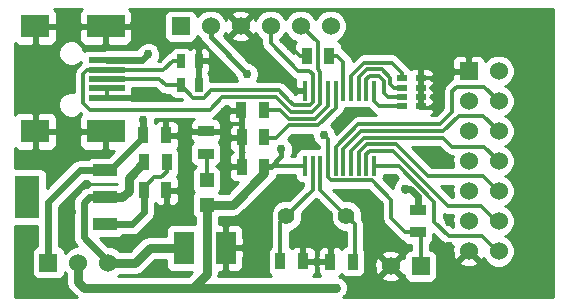
<source format=gtl>
G04 (created by PCBNEW-RS274X (2011-12-28 BZR 3254)-stable) date 12/14/2012 5:03:44 PM*
G01*
G70*
G90*
%MOIN*%
G04 Gerber Fmt 3.4, Leading zero omitted, Abs format*
%FSLAX34Y34*%
G04 APERTURE LIST*
%ADD10C,0.006000*%
%ADD11R,0.036000X0.020000*%
%ADD12R,0.098000X0.078000*%
%ADD13R,0.129000X0.078000*%
%ADD14R,0.122000X0.020000*%
%ADD15R,0.016500X0.065000*%
%ADD16R,0.080000X0.144000*%
%ADD17R,0.080000X0.040000*%
%ADD18R,0.070000X0.110000*%
%ADD19R,0.035000X0.055000*%
%ADD20R,0.055000X0.035000*%
%ADD21R,0.025000X0.045000*%
%ADD22R,0.060000X0.060000*%
%ADD23C,0.060000*%
%ADD24R,0.047200X0.047200*%
%ADD25C,0.056000*%
%ADD26C,0.030000*%
%ADD27C,0.024000*%
%ADD28C,0.030000*%
%ADD29C,0.012000*%
%ADD30C,0.016000*%
%ADD31C,0.010000*%
G04 APERTURE END LIST*
G54D10*
G54D11*
X50583Y-27975D03*
X51211Y-27975D03*
X50583Y-27660D03*
X51211Y-27660D03*
X50583Y-27346D03*
X51211Y-27346D03*
X50583Y-27031D03*
X51211Y-27031D03*
G54D12*
X38355Y-25310D03*
X38355Y-28810D03*
G54D13*
X40700Y-25310D03*
X40700Y-28810D03*
G54D14*
X40735Y-26440D03*
X40735Y-26770D03*
X40735Y-27060D03*
X40735Y-27350D03*
X40735Y-27680D03*
G54D15*
X48372Y-29950D03*
X48628Y-29950D03*
X48884Y-29950D03*
X49140Y-29950D03*
X47608Y-27450D03*
X47604Y-29950D03*
X47860Y-29950D03*
X48116Y-29950D03*
X49396Y-27450D03*
X49140Y-27450D03*
X48884Y-27450D03*
X48628Y-27450D03*
X48372Y-27450D03*
X48116Y-27450D03*
X49396Y-29950D03*
X47860Y-27450D03*
X47348Y-29950D03*
X49652Y-29950D03*
X49652Y-27450D03*
X47348Y-27450D03*
G54D16*
X38090Y-31005D03*
G54D17*
X40690Y-31005D03*
X40690Y-30105D03*
X40690Y-31905D03*
G54D18*
X43300Y-32690D03*
X44700Y-32690D03*
G54D19*
X48191Y-33145D03*
X48941Y-33145D03*
G54D20*
X44040Y-29545D03*
X44040Y-28795D03*
X51100Y-31425D03*
X51100Y-32175D03*
G54D19*
X45995Y-29000D03*
X45245Y-29000D03*
X48150Y-26292D03*
X47400Y-26292D03*
X42734Y-29844D03*
X41984Y-29844D03*
X41975Y-30772D03*
X42725Y-30772D03*
X41966Y-28940D03*
X42716Y-28940D03*
X45994Y-29981D03*
X45244Y-29981D03*
X45972Y-28104D03*
X45222Y-28104D03*
X47282Y-33138D03*
X46532Y-33138D03*
G54D21*
X43200Y-27270D03*
X43800Y-27270D03*
X43210Y-26460D03*
X43810Y-26460D03*
G54D22*
X52800Y-26800D03*
G54D23*
X53800Y-26800D03*
X52800Y-27800D03*
X53800Y-27800D03*
X52800Y-28800D03*
X53800Y-28800D03*
X52800Y-29800D03*
X53800Y-29800D03*
X52800Y-30800D03*
X53800Y-30800D03*
X52800Y-31800D03*
X53800Y-31800D03*
X52800Y-32800D03*
X53800Y-32800D03*
G54D22*
X38795Y-33180D03*
G54D23*
X39795Y-33180D03*
X40795Y-33180D03*
G54D22*
X51200Y-33300D03*
G54D23*
X50200Y-33300D03*
G54D22*
X43200Y-25300D03*
G54D23*
X44200Y-25300D03*
X45200Y-25300D03*
X46200Y-25300D03*
X47200Y-25300D03*
X48200Y-25300D03*
G54D24*
X44070Y-31253D03*
X44070Y-30427D03*
G54D25*
X46730Y-31620D03*
X48730Y-31620D03*
G54D26*
X41940Y-28430D03*
X42130Y-26220D03*
X50675Y-30720D03*
X46566Y-29405D03*
X50675Y-30715D03*
X45405Y-26895D03*
X48375Y-34020D03*
X47979Y-28931D03*
X47138Y-29309D03*
X45810Y-31830D03*
X46605Y-30705D03*
X54750Y-25000D03*
X55140Y-28360D03*
X55140Y-30320D03*
X55140Y-32290D03*
X42600Y-27645D03*
X44665Y-28165D03*
X54113Y-33818D03*
X55350Y-25200D03*
X55350Y-25800D03*
X37960Y-32515D03*
X55134Y-33822D03*
X46865Y-25970D03*
X47741Y-31203D03*
X38385Y-27585D03*
X42355Y-33420D03*
X41601Y-25284D03*
X53042Y-33840D03*
X42561Y-26019D03*
X39570Y-31505D03*
X39564Y-28810D03*
X50275Y-30420D03*
X51375Y-29455D03*
X52150Y-30740D03*
X52150Y-31820D03*
X52150Y-32630D03*
X49050Y-30950D03*
X52443Y-33845D03*
X42355Y-31950D03*
X48490Y-28470D03*
X51890Y-33845D03*
X38430Y-26685D03*
X44649Y-26898D03*
G54D27*
X40795Y-33154D02*
X39978Y-32337D01*
G54D28*
X40690Y-31005D02*
X41256Y-31005D01*
X42180Y-32690D02*
X43300Y-32690D01*
G54D27*
X40795Y-33180D02*
X40795Y-33154D01*
G54D28*
X41468Y-30360D02*
X41984Y-29844D01*
X41256Y-31005D02*
X41468Y-30793D01*
G54D27*
X40158Y-31005D02*
X40690Y-31005D01*
X39978Y-31185D02*
X40158Y-31005D01*
G54D28*
X40795Y-33180D02*
X41690Y-33180D01*
X41468Y-30793D02*
X41468Y-30360D01*
X41690Y-33180D02*
X42180Y-32690D01*
G54D27*
X39978Y-32337D02*
X39978Y-31185D01*
G54D29*
X47224Y-25300D02*
X47767Y-25843D01*
X47599Y-28161D02*
X47860Y-27900D01*
X39963Y-26887D02*
X39963Y-27852D01*
X39963Y-27852D02*
X40195Y-28084D01*
X43210Y-26460D02*
X43210Y-26423D01*
X47767Y-26739D02*
X47860Y-26832D01*
X46398Y-27664D02*
X46895Y-28161D01*
X40195Y-28084D02*
X44177Y-28084D01*
X42630Y-26770D02*
X42940Y-26460D01*
X40735Y-26770D02*
X42630Y-26770D01*
X47860Y-27900D02*
X47860Y-27450D01*
X44597Y-27664D02*
X46398Y-27664D01*
X47860Y-26832D02*
X47860Y-27450D01*
X40080Y-26770D02*
X39963Y-26887D01*
X44177Y-28084D02*
X44597Y-27664D01*
X40735Y-26770D02*
X40080Y-26770D01*
X47767Y-25843D02*
X47767Y-26739D01*
X46895Y-28161D02*
X47599Y-28161D01*
X42940Y-26460D02*
X43210Y-26460D01*
X47200Y-25300D02*
X47224Y-25300D01*
X46987Y-27939D02*
X46831Y-27783D01*
X46200Y-25872D02*
X46200Y-25300D01*
X46487Y-27441D02*
X44231Y-27441D01*
X47488Y-26789D02*
X47117Y-26789D01*
X47608Y-26909D02*
X47488Y-26789D01*
X43988Y-27684D02*
X43614Y-27684D01*
X47507Y-27939D02*
X46987Y-27939D01*
X47608Y-27450D02*
X47608Y-26909D01*
X47608Y-27450D02*
X47608Y-27836D01*
X47117Y-26789D02*
X46200Y-25872D01*
X46829Y-27783D02*
X46487Y-27441D01*
X42700Y-27270D02*
X43200Y-27270D01*
X40735Y-27060D02*
X42490Y-27060D01*
X47608Y-27838D02*
X47507Y-27939D01*
X46831Y-27783D02*
X46732Y-27684D01*
X42490Y-27060D02*
X42700Y-27270D01*
X43614Y-27684D02*
X43200Y-27270D01*
X46831Y-27783D02*
X46829Y-27783D01*
X47608Y-27450D02*
X47608Y-27838D01*
X44231Y-27441D02*
X43988Y-27684D01*
X49396Y-29569D02*
X49396Y-29950D01*
X53800Y-31800D02*
X53714Y-31800D01*
X52129Y-31294D02*
X50298Y-29463D01*
X53714Y-31800D02*
X53208Y-31294D01*
X50298Y-29463D02*
X49502Y-29463D01*
X49502Y-29463D02*
X49396Y-29569D01*
X53208Y-31294D02*
X52129Y-31294D01*
X53800Y-32800D02*
X53740Y-32800D01*
X50119Y-29950D02*
X49652Y-29950D01*
X50470Y-29950D02*
X50119Y-29950D01*
X52153Y-32304D02*
X51665Y-31816D01*
X53740Y-32800D02*
X53244Y-32304D01*
X53244Y-32304D02*
X52153Y-32304D01*
X51665Y-31816D02*
X51665Y-31145D01*
X51665Y-31145D02*
X50470Y-29950D01*
X50190Y-27215D02*
X50321Y-27346D01*
X49140Y-27011D02*
X49412Y-26739D01*
X49412Y-26739D02*
X49903Y-26739D01*
X49903Y-26739D02*
X50190Y-27026D01*
X49140Y-27450D02*
X49140Y-27011D01*
X50190Y-27026D02*
X50190Y-27215D01*
X50321Y-27346D02*
X50583Y-27346D01*
X49812Y-26964D02*
X49968Y-27120D01*
X50109Y-27660D02*
X50583Y-27660D01*
X49396Y-27070D02*
X49502Y-26964D01*
X49502Y-26964D02*
X49812Y-26964D01*
X49396Y-27450D02*
X49396Y-27070D01*
X49968Y-27519D02*
X50109Y-27660D01*
X49968Y-27120D02*
X49968Y-27519D01*
X49652Y-27450D02*
X49652Y-27806D01*
X49821Y-27975D02*
X50583Y-27975D01*
X49652Y-27806D02*
X49821Y-27975D01*
X48372Y-27450D02*
X48372Y-28016D01*
X48372Y-28016D02*
X47783Y-28605D01*
X46392Y-29016D02*
X46011Y-29016D01*
X46011Y-29016D02*
X45995Y-29000D01*
X46803Y-28605D02*
X46392Y-29016D01*
X47783Y-28605D02*
X46803Y-28605D01*
X48628Y-27450D02*
X48628Y-26488D01*
X48628Y-26488D02*
X48432Y-26292D01*
X48432Y-26292D02*
X48150Y-26292D01*
X48884Y-26955D02*
X49322Y-26517D01*
X50233Y-26517D02*
X50583Y-26867D01*
X49322Y-26517D02*
X50233Y-26517D01*
X50583Y-26867D02*
X50583Y-27031D01*
X48884Y-27450D02*
X48884Y-26955D01*
X53312Y-29312D02*
X53800Y-29800D01*
X50435Y-29018D02*
X51958Y-29018D01*
X48884Y-29950D02*
X48884Y-29450D01*
X52252Y-29312D02*
X53312Y-29312D01*
X49316Y-29018D02*
X50435Y-29018D01*
X48884Y-29450D02*
X49316Y-29018D01*
X51958Y-29018D02*
X52252Y-29312D01*
X50435Y-29018D02*
X50482Y-29018D01*
X52468Y-28286D02*
X53286Y-28286D01*
X53286Y-28286D02*
X53800Y-28800D01*
X48628Y-29393D02*
X49225Y-28796D01*
X49225Y-28796D02*
X51958Y-28796D01*
X48628Y-29950D02*
X48628Y-29393D01*
X51958Y-28796D02*
X52468Y-28286D01*
X52266Y-27454D02*
X52405Y-27315D01*
X53315Y-27315D02*
X53800Y-27800D01*
X51861Y-28575D02*
X52266Y-28170D01*
X48372Y-29950D02*
X48372Y-29335D01*
X48372Y-29335D02*
X49132Y-28575D01*
X49132Y-28575D02*
X51861Y-28575D01*
X52405Y-27315D02*
X53315Y-27315D01*
X52266Y-28170D02*
X52266Y-27454D01*
X50390Y-29240D02*
X49408Y-29240D01*
X53297Y-30305D02*
X51455Y-30305D01*
X49140Y-29508D02*
X49140Y-29950D01*
X53800Y-30800D02*
X53792Y-30800D01*
X51455Y-30305D02*
X50390Y-29240D01*
X49408Y-29240D02*
X49140Y-29508D01*
X53792Y-30800D02*
X53297Y-30305D01*
G54D27*
X38795Y-31500D02*
X38795Y-31270D01*
X39855Y-30105D02*
X40690Y-30105D01*
X40690Y-30105D02*
X40842Y-30105D01*
X40735Y-26440D02*
X41824Y-26440D01*
X40842Y-30105D02*
X41966Y-28981D01*
X41966Y-28869D02*
X41966Y-28940D01*
X41824Y-26440D02*
X41910Y-26440D01*
X41966Y-28981D02*
X41966Y-28940D01*
X41966Y-28456D02*
X41966Y-28940D01*
X41966Y-28928D02*
X41966Y-28940D01*
G54D29*
X40690Y-30105D02*
X41015Y-30105D01*
G54D27*
X41910Y-26440D02*
X42130Y-26220D01*
X41958Y-28920D02*
X41966Y-28928D01*
X41958Y-28861D02*
X41966Y-28869D01*
X41940Y-28430D02*
X41966Y-28456D01*
X38795Y-31165D02*
X39855Y-30105D01*
X38795Y-33180D02*
X38795Y-31500D01*
X38795Y-31500D02*
X38795Y-31165D01*
G54D28*
X43620Y-34020D02*
X43025Y-34020D01*
G54D27*
X51100Y-30978D02*
X51100Y-31425D01*
X50675Y-30715D02*
X50837Y-30715D01*
G54D28*
X44070Y-31253D02*
X44943Y-31253D01*
X50675Y-30720D02*
X50675Y-30715D01*
G54D30*
X46565Y-29406D02*
X46565Y-29640D01*
G54D28*
X43025Y-34020D02*
X48375Y-34020D01*
G54D29*
X46025Y-29950D02*
X45994Y-29981D01*
G54D30*
X46565Y-29406D02*
X46566Y-29405D01*
X44200Y-25675D02*
X45405Y-26880D01*
X45994Y-29981D02*
X46224Y-29981D01*
X46565Y-29640D02*
X46224Y-29981D01*
G54D29*
X39795Y-33180D02*
X39837Y-33180D01*
G54D28*
X39795Y-33180D02*
X39795Y-33187D01*
G54D29*
X47348Y-29950D02*
X46025Y-29950D01*
G54D28*
X39985Y-34020D02*
X43025Y-34020D01*
X44070Y-33400D02*
X44070Y-33570D01*
X39795Y-33180D02*
X39795Y-33830D01*
X39795Y-33830D02*
X39985Y-34020D01*
G54D30*
X44200Y-25300D02*
X44200Y-25675D01*
G54D28*
X44070Y-33570D02*
X43620Y-34020D01*
X44943Y-31253D02*
X45994Y-30202D01*
G54D29*
X45405Y-26880D02*
X45405Y-26895D01*
X46049Y-29943D02*
X46011Y-29981D01*
G54D27*
X50837Y-30715D02*
X51100Y-30978D01*
G54D28*
X44070Y-33490D02*
X44070Y-33400D01*
X44070Y-33400D02*
X44070Y-31253D01*
X45994Y-30202D02*
X45994Y-29981D01*
G54D29*
X46011Y-29981D02*
X45994Y-29981D01*
X48116Y-29950D02*
X48122Y-29944D01*
X50697Y-32175D02*
X51100Y-32175D01*
X50225Y-31703D02*
X50697Y-32175D01*
X48218Y-30438D02*
X49583Y-30438D01*
X50225Y-31080D02*
X50225Y-31703D01*
X48116Y-29950D02*
X48116Y-30336D01*
X48116Y-30336D02*
X48218Y-30438D01*
X48122Y-29944D02*
X48122Y-29074D01*
X48122Y-29074D02*
X47979Y-28931D01*
X49583Y-30438D02*
X50225Y-31080D01*
G54D30*
X47979Y-28931D02*
X47979Y-28942D01*
G54D29*
X51200Y-32275D02*
X51100Y-32175D01*
X51200Y-33300D02*
X51200Y-32275D01*
X44700Y-32690D02*
X45460Y-32690D01*
X45810Y-31500D02*
X46605Y-30705D01*
X45810Y-31830D02*
X45810Y-31500D01*
X45810Y-32340D02*
X45810Y-31830D01*
X45460Y-32690D02*
X45810Y-32340D01*
X55134Y-33822D02*
X55134Y-32296D01*
X55134Y-33822D02*
X55139Y-33822D01*
X45245Y-29980D02*
X45244Y-29981D01*
X55140Y-30320D02*
X55140Y-28360D01*
X47187Y-26292D02*
X46865Y-25970D01*
X55134Y-32296D02*
X55140Y-32290D01*
X38385Y-28780D02*
X38385Y-27585D01*
X44733Y-28795D02*
X44954Y-28574D01*
X42561Y-26019D02*
X42575Y-26033D01*
X44665Y-28165D02*
X44726Y-28104D01*
X40735Y-27680D02*
X40770Y-27645D01*
X55139Y-33822D02*
X55148Y-33831D01*
X53042Y-33840D02*
X54091Y-33840D01*
X42725Y-30772D02*
X42725Y-31580D01*
X53042Y-33840D02*
X53037Y-33845D01*
X43133Y-30772D02*
X43310Y-30595D01*
X50275Y-30420D02*
X50285Y-30430D01*
X43310Y-29105D02*
X43145Y-28940D01*
X51950Y-26800D02*
X51950Y-26200D01*
X48184Y-33138D02*
X48191Y-33145D01*
X52350Y-25800D02*
X55350Y-25800D01*
X51950Y-26200D02*
X52350Y-25800D01*
X38355Y-26610D02*
X38355Y-25310D01*
X47741Y-32130D02*
X47741Y-31203D01*
X42960Y-28940D02*
X43391Y-28940D01*
X45222Y-28614D02*
X45222Y-28977D01*
X45222Y-28104D02*
X45222Y-28614D01*
X38355Y-26610D02*
X38430Y-26685D01*
X39564Y-28810D02*
X38355Y-28810D01*
X38385Y-28780D02*
X38355Y-28810D01*
X40700Y-25310D02*
X41575Y-25310D01*
X43391Y-28940D02*
X43536Y-28795D01*
X45222Y-28977D02*
X45245Y-29000D01*
X42960Y-28940D02*
X42716Y-28940D01*
X54950Y-25200D02*
X54750Y-25000D01*
X42725Y-30772D02*
X43133Y-30772D01*
X45245Y-29000D02*
X45245Y-29980D01*
X55350Y-25200D02*
X54950Y-25200D01*
X42955Y-28940D02*
X42960Y-28940D01*
X43536Y-28795D02*
X44040Y-28795D01*
X47741Y-33138D02*
X47805Y-33138D01*
X47805Y-33138D02*
X48184Y-33138D01*
X47741Y-33138D02*
X47741Y-32130D01*
X40735Y-27350D02*
X40735Y-27680D01*
X47400Y-26292D02*
X47187Y-26292D01*
X45720Y-25820D02*
X45720Y-26120D01*
X43145Y-28940D02*
X42955Y-28940D01*
X47282Y-33138D02*
X47741Y-33138D01*
X51211Y-27031D02*
X51719Y-27031D01*
X42355Y-33420D02*
X42355Y-33440D01*
X38385Y-28780D02*
X38355Y-28810D01*
X43310Y-30595D02*
X43310Y-29105D01*
X40770Y-27645D02*
X42600Y-27645D01*
X52150Y-31820D02*
X52140Y-31810D01*
X52140Y-30730D02*
X52140Y-30690D01*
X52150Y-30740D02*
X52140Y-30730D01*
X52140Y-31810D02*
X52130Y-31810D01*
X52140Y-32640D02*
X52140Y-32660D01*
X52150Y-32630D02*
X52140Y-32640D01*
X45720Y-26120D02*
X47050Y-27450D01*
X45218Y-28104D02*
X45222Y-28104D01*
X51719Y-27031D02*
X51950Y-26800D01*
X50285Y-30430D02*
X50300Y-30430D01*
X39564Y-28810D02*
X40700Y-28810D01*
X45202Y-28088D02*
X45218Y-28104D01*
X51876Y-33845D02*
X51863Y-33858D01*
X45182Y-28574D02*
X45222Y-28614D01*
X43800Y-26470D02*
X43810Y-26460D01*
X51890Y-33845D02*
X51876Y-33845D01*
X54091Y-33840D02*
X54113Y-33818D01*
X53037Y-33845D02*
X52443Y-33845D01*
X42725Y-31580D02*
X42355Y-31950D01*
X44954Y-28574D02*
X45182Y-28574D01*
X44040Y-28795D02*
X44733Y-28795D01*
X47050Y-27450D02*
X47348Y-27450D01*
X44726Y-28104D02*
X45222Y-28104D01*
X41575Y-25310D02*
X41601Y-25284D01*
X45200Y-25300D02*
X45720Y-25820D01*
X43800Y-27270D02*
X43800Y-26470D01*
X44211Y-26460D02*
X44649Y-26898D01*
X43810Y-26460D02*
X44211Y-26460D01*
X44070Y-29575D02*
X44040Y-29545D01*
X44070Y-30427D02*
X44070Y-29575D01*
X41975Y-30686D02*
X42332Y-30329D01*
G54D27*
X40690Y-31905D02*
X41575Y-31905D01*
G54D29*
X41975Y-30772D02*
X41975Y-30685D01*
X42561Y-30329D02*
X42734Y-30156D01*
X42734Y-30156D02*
X42734Y-29844D01*
X42332Y-30329D02*
X42561Y-30329D01*
G54D27*
X41975Y-31505D02*
X41975Y-30772D01*
G54D29*
X41975Y-30772D02*
X41975Y-30686D01*
G54D27*
X41575Y-31905D02*
X41975Y-31505D01*
G54D29*
X47691Y-28383D02*
X46803Y-28383D01*
X46803Y-28383D02*
X46524Y-28104D01*
X48116Y-27958D02*
X47691Y-28383D01*
X46524Y-28104D02*
X45972Y-28104D01*
X48116Y-27450D02*
X48116Y-27958D01*
X48730Y-31620D02*
X49010Y-31900D01*
X49010Y-33076D02*
X48941Y-33145D01*
X49010Y-31900D02*
X49010Y-33076D01*
X47860Y-29950D02*
X47860Y-30750D01*
X47860Y-30750D02*
X48730Y-31620D01*
X46532Y-33138D02*
X46532Y-31818D01*
X46532Y-31818D02*
X46730Y-31620D01*
X47604Y-29950D02*
X47604Y-30746D01*
X47604Y-30746D02*
X46730Y-31620D01*
G54D10*
G36*
X39749Y-34335D02*
X37684Y-34335D01*
X37684Y-31974D01*
X37739Y-31974D01*
X38425Y-31974D01*
X38425Y-32639D01*
X38354Y-32669D01*
X38284Y-32739D01*
X38246Y-32830D01*
X38246Y-32929D01*
X38246Y-33529D01*
X38284Y-33621D01*
X38354Y-33691D01*
X38445Y-33729D01*
X38544Y-33729D01*
X39144Y-33729D01*
X39236Y-33691D01*
X39306Y-33621D01*
X39344Y-33530D01*
X39344Y-33505D01*
X39395Y-33556D01*
X39395Y-33830D01*
X39425Y-33983D01*
X39512Y-34113D01*
X39699Y-34300D01*
X39702Y-34303D01*
X39749Y-34335D01*
X39749Y-34335D01*
G37*
G54D31*
X39749Y-34335D02*
X37684Y-34335D01*
X37684Y-31974D01*
X37739Y-31974D01*
X38425Y-31974D01*
X38425Y-32639D01*
X38354Y-32669D01*
X38284Y-32739D01*
X38246Y-32830D01*
X38246Y-32929D01*
X38246Y-33529D01*
X38284Y-33621D01*
X38354Y-33691D01*
X38445Y-33729D01*
X38544Y-33729D01*
X39144Y-33729D01*
X39236Y-33691D01*
X39306Y-33621D01*
X39344Y-33530D01*
X39344Y-33505D01*
X39395Y-33556D01*
X39395Y-33830D01*
X39425Y-33983D01*
X39512Y-34113D01*
X39699Y-34300D01*
X39702Y-34303D01*
X39749Y-34335D01*
G54D10*
G36*
X41068Y-30556D02*
X41041Y-30556D01*
X40241Y-30556D01*
X40149Y-30594D01*
X40095Y-30647D01*
X40016Y-30663D01*
X39896Y-30743D01*
X39894Y-30745D01*
X39716Y-30923D01*
X39636Y-31043D01*
X39631Y-31067D01*
X39607Y-31185D01*
X39608Y-31189D01*
X39608Y-32332D01*
X39607Y-32337D01*
X39631Y-32454D01*
X39636Y-32479D01*
X39716Y-32599D01*
X39748Y-32631D01*
X39686Y-32631D01*
X39484Y-32715D01*
X39344Y-32855D01*
X39344Y-32831D01*
X39306Y-32739D01*
X39236Y-32669D01*
X39165Y-32639D01*
X39165Y-31500D01*
X39165Y-31319D01*
X40009Y-30475D01*
X40108Y-30475D01*
X40149Y-30516D01*
X40240Y-30554D01*
X40339Y-30554D01*
X41068Y-30554D01*
X41068Y-30556D01*
X41068Y-30556D01*
G37*
G54D31*
X41068Y-30556D02*
X41041Y-30556D01*
X40241Y-30556D01*
X40149Y-30594D01*
X40095Y-30647D01*
X40016Y-30663D01*
X39896Y-30743D01*
X39894Y-30745D01*
X39716Y-30923D01*
X39636Y-31043D01*
X39631Y-31067D01*
X39607Y-31185D01*
X39608Y-31189D01*
X39608Y-32332D01*
X39607Y-32337D01*
X39631Y-32454D01*
X39636Y-32479D01*
X39716Y-32599D01*
X39748Y-32631D01*
X39686Y-32631D01*
X39484Y-32715D01*
X39344Y-32855D01*
X39344Y-32831D01*
X39306Y-32739D01*
X39236Y-32669D01*
X39165Y-32639D01*
X39165Y-31500D01*
X39165Y-31319D01*
X40009Y-30475D01*
X40108Y-30475D01*
X40149Y-30516D01*
X40240Y-30554D01*
X40339Y-30554D01*
X41068Y-30554D01*
X41068Y-30556D01*
G54D10*
G36*
X43265Y-27774D02*
X41594Y-27774D01*
X41577Y-27774D01*
X41533Y-27730D01*
X40835Y-27730D01*
X40785Y-27730D01*
X40685Y-27730D01*
X40685Y-27638D01*
X40685Y-27630D01*
X40785Y-27630D01*
X40785Y-27638D01*
X40847Y-27700D01*
X41394Y-27699D01*
X41486Y-27661D01*
X41517Y-27630D01*
X41533Y-27630D01*
X41594Y-27569D01*
X41594Y-27530D01*
X41587Y-27515D01*
X41594Y-27500D01*
X41594Y-27461D01*
X41583Y-27450D01*
X41595Y-27450D01*
X41595Y-27370D01*
X42361Y-27370D01*
X42480Y-27489D01*
X42481Y-27489D01*
X42581Y-27556D01*
X42699Y-27579D01*
X42700Y-27580D01*
X42840Y-27580D01*
X42864Y-27636D01*
X42934Y-27706D01*
X43025Y-27744D01*
X43124Y-27744D01*
X43235Y-27744D01*
X43265Y-27774D01*
X43265Y-27774D01*
G37*
G54D31*
X43265Y-27774D02*
X41594Y-27774D01*
X41577Y-27774D01*
X41533Y-27730D01*
X40835Y-27730D01*
X40785Y-27730D01*
X40685Y-27730D01*
X40685Y-27638D01*
X40685Y-27630D01*
X40785Y-27630D01*
X40785Y-27638D01*
X40847Y-27700D01*
X41394Y-27699D01*
X41486Y-27661D01*
X41517Y-27630D01*
X41533Y-27630D01*
X41594Y-27569D01*
X41594Y-27530D01*
X41587Y-27515D01*
X41594Y-27500D01*
X41594Y-27461D01*
X41583Y-27450D01*
X41595Y-27450D01*
X41595Y-27370D01*
X42361Y-27370D01*
X42480Y-27489D01*
X42481Y-27489D01*
X42581Y-27556D01*
X42699Y-27579D01*
X42700Y-27580D01*
X42840Y-27580D01*
X42864Y-27636D01*
X42934Y-27706D01*
X43025Y-27744D01*
X43124Y-27744D01*
X43235Y-27744D01*
X43265Y-27774D01*
G54D10*
G36*
X43585Y-33489D02*
X43454Y-33620D01*
X43025Y-33620D01*
X41131Y-33620D01*
X41171Y-33580D01*
X41690Y-33580D01*
X41843Y-33550D01*
X41973Y-33463D01*
X42346Y-33090D01*
X42701Y-33090D01*
X42701Y-33289D01*
X42739Y-33381D01*
X42809Y-33451D01*
X42900Y-33489D01*
X42999Y-33489D01*
X43585Y-33489D01*
X43585Y-33489D01*
G37*
G54D31*
X43585Y-33489D02*
X43454Y-33620D01*
X43025Y-33620D01*
X41131Y-33620D01*
X41171Y-33580D01*
X41690Y-33580D01*
X41843Y-33550D01*
X41973Y-33463D01*
X42346Y-33090D01*
X42701Y-33090D01*
X42701Y-33289D01*
X42739Y-33381D01*
X42809Y-33451D01*
X42900Y-33489D01*
X42999Y-33489D01*
X43585Y-33489D01*
G54D10*
G36*
X45322Y-29490D02*
X45294Y-29518D01*
X45294Y-29881D01*
X45294Y-29931D01*
X45294Y-30031D01*
X45195Y-30031D01*
X45195Y-29463D01*
X45195Y-29050D01*
X45195Y-28950D01*
X45195Y-28537D01*
X45172Y-28514D01*
X45172Y-28154D01*
X44859Y-28154D01*
X44797Y-28216D01*
X44798Y-28330D01*
X44798Y-28429D01*
X44836Y-28520D01*
X44879Y-28563D01*
X44859Y-28584D01*
X44821Y-28675D01*
X44821Y-28774D01*
X44820Y-28888D01*
X44882Y-28950D01*
X45195Y-28950D01*
X45195Y-29050D01*
X44882Y-29050D01*
X44820Y-29112D01*
X44821Y-29226D01*
X44821Y-29325D01*
X44859Y-29416D01*
X44929Y-29486D01*
X44939Y-29490D01*
X44928Y-29495D01*
X44858Y-29565D01*
X44820Y-29656D01*
X44820Y-29755D01*
X44819Y-29869D01*
X44881Y-29931D01*
X45194Y-29931D01*
X45194Y-29518D01*
X45167Y-29491D01*
X45195Y-29463D01*
X45195Y-30031D01*
X45194Y-30031D01*
X45144Y-30031D01*
X44881Y-30031D01*
X44819Y-30093D01*
X44820Y-30207D01*
X44820Y-30306D01*
X44858Y-30397D01*
X44928Y-30467D01*
X45020Y-30505D01*
X45124Y-30505D01*
X44777Y-30853D01*
X44494Y-30853D01*
X44481Y-30840D01*
X44517Y-30804D01*
X44555Y-30713D01*
X44555Y-30614D01*
X44555Y-30142D01*
X44517Y-30050D01*
X44447Y-29980D01*
X44392Y-29957D01*
X44456Y-29931D01*
X44526Y-29861D01*
X44564Y-29770D01*
X44564Y-29671D01*
X44564Y-29321D01*
X44526Y-29229D01*
X44467Y-29170D01*
X44526Y-29111D01*
X44564Y-29019D01*
X44565Y-28907D01*
X44503Y-28845D01*
X44140Y-28845D01*
X44090Y-28845D01*
X43990Y-28845D01*
X43940Y-28845D01*
X43577Y-28845D01*
X43515Y-28907D01*
X43516Y-29019D01*
X43554Y-29111D01*
X43613Y-29170D01*
X43554Y-29229D01*
X43516Y-29320D01*
X43516Y-29419D01*
X43516Y-29769D01*
X43554Y-29861D01*
X43624Y-29931D01*
X43715Y-29969D01*
X43719Y-29969D01*
X43693Y-29980D01*
X43623Y-30050D01*
X43585Y-30141D01*
X43585Y-30240D01*
X43585Y-30712D01*
X43623Y-30804D01*
X43659Y-30840D01*
X43623Y-30876D01*
X43585Y-30967D01*
X43585Y-31066D01*
X43585Y-31538D01*
X43623Y-31630D01*
X43670Y-31677D01*
X43670Y-31891D01*
X43601Y-31891D01*
X43150Y-31891D01*
X43150Y-30884D01*
X43088Y-30822D01*
X42775Y-30822D01*
X42775Y-31235D01*
X42837Y-31297D01*
X42949Y-31296D01*
X43041Y-31258D01*
X43111Y-31188D01*
X43149Y-31097D01*
X43149Y-30998D01*
X43150Y-30884D01*
X43150Y-31891D01*
X42901Y-31891D01*
X42809Y-31929D01*
X42739Y-31999D01*
X42701Y-32090D01*
X42701Y-32189D01*
X42701Y-32290D01*
X42180Y-32290D01*
X42179Y-32290D01*
X42149Y-32296D01*
X42027Y-32320D01*
X41897Y-32407D01*
X41896Y-32407D01*
X41896Y-32408D01*
X41524Y-32780D01*
X41171Y-32780D01*
X41106Y-32715D01*
X40904Y-32631D01*
X40795Y-32631D01*
X40518Y-32354D01*
X41139Y-32354D01*
X41231Y-32316D01*
X41272Y-32275D01*
X41570Y-32275D01*
X41575Y-32276D01*
X41575Y-32275D01*
X41692Y-32251D01*
X41716Y-32247D01*
X41717Y-32247D01*
X41837Y-32167D01*
X42234Y-31768D01*
X42236Y-31767D01*
X42237Y-31767D01*
X42317Y-31647D01*
X42345Y-31505D01*
X42345Y-31204D01*
X42350Y-31199D01*
X42409Y-31258D01*
X42501Y-31296D01*
X42613Y-31297D01*
X42675Y-31235D01*
X42675Y-30872D01*
X42675Y-30822D01*
X42675Y-30722D01*
X42775Y-30722D01*
X42825Y-30722D01*
X43088Y-30722D01*
X43150Y-30660D01*
X43149Y-30546D01*
X43149Y-30447D01*
X43111Y-30356D01*
X43067Y-30312D01*
X43120Y-30260D01*
X43158Y-30169D01*
X43158Y-30070D01*
X43158Y-29520D01*
X43120Y-29428D01*
X43075Y-29383D01*
X43102Y-29356D01*
X43140Y-29265D01*
X43140Y-29166D01*
X43141Y-29052D01*
X43141Y-28828D01*
X43140Y-28714D01*
X43140Y-28615D01*
X43102Y-28524D01*
X43032Y-28454D01*
X42940Y-28416D01*
X42828Y-28415D01*
X42766Y-28477D01*
X42766Y-28890D01*
X43079Y-28890D01*
X43141Y-28828D01*
X43141Y-29052D01*
X43079Y-28990D01*
X42816Y-28990D01*
X42766Y-28990D01*
X42666Y-28990D01*
X42666Y-28890D01*
X42666Y-28840D01*
X42666Y-28477D01*
X42604Y-28415D01*
X42492Y-28416D01*
X42400Y-28454D01*
X42341Y-28513D01*
X42338Y-28510D01*
X42339Y-28510D01*
X42339Y-28394D01*
X43659Y-28394D01*
X43624Y-28409D01*
X43554Y-28479D01*
X43516Y-28571D01*
X43515Y-28683D01*
X43577Y-28745D01*
X43940Y-28745D01*
X43990Y-28745D01*
X44090Y-28745D01*
X44140Y-28745D01*
X44503Y-28745D01*
X44565Y-28683D01*
X44564Y-28571D01*
X44526Y-28479D01*
X44456Y-28409D01*
X44365Y-28371D01*
X44291Y-28371D01*
X44295Y-28370D01*
X44296Y-28370D01*
X44396Y-28303D01*
X44725Y-27974D01*
X44797Y-27974D01*
X44797Y-27992D01*
X44859Y-28054D01*
X45122Y-28054D01*
X45172Y-28054D01*
X45272Y-28054D01*
X45272Y-28154D01*
X45272Y-28204D01*
X45272Y-28567D01*
X45295Y-28590D01*
X45295Y-28900D01*
X45295Y-28950D01*
X45295Y-29050D01*
X45295Y-29100D01*
X45295Y-29463D01*
X45322Y-29490D01*
X45322Y-29490D01*
G37*
G54D31*
X45322Y-29490D02*
X45294Y-29518D01*
X45294Y-29881D01*
X45294Y-29931D01*
X45294Y-30031D01*
X45195Y-30031D01*
X45195Y-29463D01*
X45195Y-29050D01*
X45195Y-28950D01*
X45195Y-28537D01*
X45172Y-28514D01*
X45172Y-28154D01*
X44859Y-28154D01*
X44797Y-28216D01*
X44798Y-28330D01*
X44798Y-28429D01*
X44836Y-28520D01*
X44879Y-28563D01*
X44859Y-28584D01*
X44821Y-28675D01*
X44821Y-28774D01*
X44820Y-28888D01*
X44882Y-28950D01*
X45195Y-28950D01*
X45195Y-29050D01*
X44882Y-29050D01*
X44820Y-29112D01*
X44821Y-29226D01*
X44821Y-29325D01*
X44859Y-29416D01*
X44929Y-29486D01*
X44939Y-29490D01*
X44928Y-29495D01*
X44858Y-29565D01*
X44820Y-29656D01*
X44820Y-29755D01*
X44819Y-29869D01*
X44881Y-29931D01*
X45194Y-29931D01*
X45194Y-29518D01*
X45167Y-29491D01*
X45195Y-29463D01*
X45195Y-30031D01*
X45194Y-30031D01*
X45144Y-30031D01*
X44881Y-30031D01*
X44819Y-30093D01*
X44820Y-30207D01*
X44820Y-30306D01*
X44858Y-30397D01*
X44928Y-30467D01*
X45020Y-30505D01*
X45124Y-30505D01*
X44777Y-30853D01*
X44494Y-30853D01*
X44481Y-30840D01*
X44517Y-30804D01*
X44555Y-30713D01*
X44555Y-30614D01*
X44555Y-30142D01*
X44517Y-30050D01*
X44447Y-29980D01*
X44392Y-29957D01*
X44456Y-29931D01*
X44526Y-29861D01*
X44564Y-29770D01*
X44564Y-29671D01*
X44564Y-29321D01*
X44526Y-29229D01*
X44467Y-29170D01*
X44526Y-29111D01*
X44564Y-29019D01*
X44565Y-28907D01*
X44503Y-28845D01*
X44140Y-28845D01*
X44090Y-28845D01*
X43990Y-28845D01*
X43940Y-28845D01*
X43577Y-28845D01*
X43515Y-28907D01*
X43516Y-29019D01*
X43554Y-29111D01*
X43613Y-29170D01*
X43554Y-29229D01*
X43516Y-29320D01*
X43516Y-29419D01*
X43516Y-29769D01*
X43554Y-29861D01*
X43624Y-29931D01*
X43715Y-29969D01*
X43719Y-29969D01*
X43693Y-29980D01*
X43623Y-30050D01*
X43585Y-30141D01*
X43585Y-30240D01*
X43585Y-30712D01*
X43623Y-30804D01*
X43659Y-30840D01*
X43623Y-30876D01*
X43585Y-30967D01*
X43585Y-31066D01*
X43585Y-31538D01*
X43623Y-31630D01*
X43670Y-31677D01*
X43670Y-31891D01*
X43601Y-31891D01*
X43150Y-31891D01*
X43150Y-30884D01*
X43088Y-30822D01*
X42775Y-30822D01*
X42775Y-31235D01*
X42837Y-31297D01*
X42949Y-31296D01*
X43041Y-31258D01*
X43111Y-31188D01*
X43149Y-31097D01*
X43149Y-30998D01*
X43150Y-30884D01*
X43150Y-31891D01*
X42901Y-31891D01*
X42809Y-31929D01*
X42739Y-31999D01*
X42701Y-32090D01*
X42701Y-32189D01*
X42701Y-32290D01*
X42180Y-32290D01*
X42179Y-32290D01*
X42149Y-32296D01*
X42027Y-32320D01*
X41897Y-32407D01*
X41896Y-32407D01*
X41896Y-32408D01*
X41524Y-32780D01*
X41171Y-32780D01*
X41106Y-32715D01*
X40904Y-32631D01*
X40795Y-32631D01*
X40518Y-32354D01*
X41139Y-32354D01*
X41231Y-32316D01*
X41272Y-32275D01*
X41570Y-32275D01*
X41575Y-32276D01*
X41575Y-32275D01*
X41692Y-32251D01*
X41716Y-32247D01*
X41717Y-32247D01*
X41837Y-32167D01*
X42234Y-31768D01*
X42236Y-31767D01*
X42237Y-31767D01*
X42317Y-31647D01*
X42345Y-31505D01*
X42345Y-31204D01*
X42350Y-31199D01*
X42409Y-31258D01*
X42501Y-31296D01*
X42613Y-31297D01*
X42675Y-31235D01*
X42675Y-30872D01*
X42675Y-30822D01*
X42675Y-30722D01*
X42775Y-30722D01*
X42825Y-30722D01*
X43088Y-30722D01*
X43150Y-30660D01*
X43149Y-30546D01*
X43149Y-30447D01*
X43111Y-30356D01*
X43067Y-30312D01*
X43120Y-30260D01*
X43158Y-30169D01*
X43158Y-30070D01*
X43158Y-29520D01*
X43120Y-29428D01*
X43075Y-29383D01*
X43102Y-29356D01*
X43140Y-29265D01*
X43140Y-29166D01*
X43141Y-29052D01*
X43141Y-28828D01*
X43140Y-28714D01*
X43140Y-28615D01*
X43102Y-28524D01*
X43032Y-28454D01*
X42940Y-28416D01*
X42828Y-28415D01*
X42766Y-28477D01*
X42766Y-28890D01*
X43079Y-28890D01*
X43141Y-28828D01*
X43141Y-29052D01*
X43079Y-28990D01*
X42816Y-28990D01*
X42766Y-28990D01*
X42666Y-28990D01*
X42666Y-28890D01*
X42666Y-28840D01*
X42666Y-28477D01*
X42604Y-28415D01*
X42492Y-28416D01*
X42400Y-28454D01*
X42341Y-28513D01*
X42338Y-28510D01*
X42339Y-28510D01*
X42339Y-28394D01*
X43659Y-28394D01*
X43624Y-28409D01*
X43554Y-28479D01*
X43516Y-28571D01*
X43515Y-28683D01*
X43577Y-28745D01*
X43940Y-28745D01*
X43990Y-28745D01*
X44090Y-28745D01*
X44140Y-28745D01*
X44503Y-28745D01*
X44565Y-28683D01*
X44564Y-28571D01*
X44526Y-28479D01*
X44456Y-28409D01*
X44365Y-28371D01*
X44291Y-28371D01*
X44295Y-28370D01*
X44296Y-28370D01*
X44396Y-28303D01*
X44725Y-27974D01*
X44797Y-27974D01*
X44797Y-27992D01*
X44859Y-28054D01*
X45122Y-28054D01*
X45172Y-28054D01*
X45272Y-28054D01*
X45272Y-28154D01*
X45272Y-28204D01*
X45272Y-28567D01*
X45295Y-28590D01*
X45295Y-28900D01*
X45295Y-28950D01*
X45295Y-29050D01*
X45295Y-29100D01*
X45295Y-29463D01*
X45322Y-29490D01*
G54D10*
G36*
X47055Y-25834D02*
X47014Y-25876D01*
X46976Y-25967D01*
X46976Y-26066D01*
X46975Y-26180D01*
X46987Y-26192D01*
X46975Y-26192D01*
X46975Y-26208D01*
X46521Y-25754D01*
X46665Y-25611D01*
X46700Y-25526D01*
X46735Y-25611D01*
X46889Y-25765D01*
X47055Y-25834D01*
X47055Y-25834D01*
G37*
G54D31*
X47055Y-25834D02*
X47014Y-25876D01*
X46976Y-25967D01*
X46976Y-26066D01*
X46975Y-26180D01*
X46987Y-26192D01*
X46975Y-26192D01*
X46975Y-26208D01*
X46521Y-25754D01*
X46665Y-25611D01*
X46700Y-25526D01*
X46735Y-25611D01*
X46889Y-25765D01*
X47055Y-25834D01*
G54D10*
G36*
X47294Y-30618D02*
X46822Y-31090D01*
X46625Y-31090D01*
X46430Y-31171D01*
X46281Y-31319D01*
X46200Y-31514D01*
X46200Y-31725D01*
X46227Y-31791D01*
X46222Y-31818D01*
X46222Y-32649D01*
X46216Y-32652D01*
X46146Y-32722D01*
X46108Y-32813D01*
X46108Y-32912D01*
X46108Y-33462D01*
X46146Y-33554D01*
X46212Y-33620D01*
X45300Y-33620D01*
X45300Y-32802D01*
X45300Y-32578D01*
X45299Y-32189D01*
X45299Y-32090D01*
X45261Y-31999D01*
X45191Y-31929D01*
X45099Y-31891D01*
X44812Y-31890D01*
X44750Y-31952D01*
X44750Y-32640D01*
X45238Y-32640D01*
X45300Y-32578D01*
X45300Y-32802D01*
X45238Y-32740D01*
X44750Y-32740D01*
X44750Y-33428D01*
X44812Y-33490D01*
X45099Y-33489D01*
X45191Y-33451D01*
X45261Y-33381D01*
X45299Y-33290D01*
X45299Y-33191D01*
X45300Y-32802D01*
X45300Y-33620D01*
X44460Y-33620D01*
X44470Y-33570D01*
X44470Y-33490D01*
X44470Y-33489D01*
X44588Y-33490D01*
X44650Y-33428D01*
X44650Y-32790D01*
X44650Y-32740D01*
X44650Y-32640D01*
X44650Y-32590D01*
X44650Y-31952D01*
X44588Y-31890D01*
X44470Y-31890D01*
X44470Y-31677D01*
X44494Y-31653D01*
X44943Y-31653D01*
X45096Y-31623D01*
X45226Y-31536D01*
X46277Y-30485D01*
X46281Y-30478D01*
X46310Y-30467D01*
X46380Y-30397D01*
X46418Y-30306D01*
X46418Y-30260D01*
X47017Y-30260D01*
X47017Y-30324D01*
X47055Y-30416D01*
X47125Y-30486D01*
X47216Y-30524D01*
X47294Y-30524D01*
X47294Y-30618D01*
X47294Y-30618D01*
G37*
G54D31*
X47294Y-30618D02*
X46822Y-31090D01*
X46625Y-31090D01*
X46430Y-31171D01*
X46281Y-31319D01*
X46200Y-31514D01*
X46200Y-31725D01*
X46227Y-31791D01*
X46222Y-31818D01*
X46222Y-32649D01*
X46216Y-32652D01*
X46146Y-32722D01*
X46108Y-32813D01*
X46108Y-32912D01*
X46108Y-33462D01*
X46146Y-33554D01*
X46212Y-33620D01*
X45300Y-33620D01*
X45300Y-32802D01*
X45300Y-32578D01*
X45299Y-32189D01*
X45299Y-32090D01*
X45261Y-31999D01*
X45191Y-31929D01*
X45099Y-31891D01*
X44812Y-31890D01*
X44750Y-31952D01*
X44750Y-32640D01*
X45238Y-32640D01*
X45300Y-32578D01*
X45300Y-32802D01*
X45238Y-32740D01*
X44750Y-32740D01*
X44750Y-33428D01*
X44812Y-33490D01*
X45099Y-33489D01*
X45191Y-33451D01*
X45261Y-33381D01*
X45299Y-33290D01*
X45299Y-33191D01*
X45300Y-32802D01*
X45300Y-33620D01*
X44460Y-33620D01*
X44470Y-33570D01*
X44470Y-33490D01*
X44470Y-33489D01*
X44588Y-33490D01*
X44650Y-33428D01*
X44650Y-32790D01*
X44650Y-32740D01*
X44650Y-32640D01*
X44650Y-32590D01*
X44650Y-31952D01*
X44588Y-31890D01*
X44470Y-31890D01*
X44470Y-31677D01*
X44494Y-31653D01*
X44943Y-31653D01*
X45096Y-31623D01*
X45226Y-31536D01*
X46277Y-30485D01*
X46281Y-30478D01*
X46310Y-30467D01*
X46380Y-30397D01*
X46418Y-30306D01*
X46418Y-30260D01*
X47017Y-30260D01*
X47017Y-30324D01*
X47055Y-30416D01*
X47125Y-30486D01*
X47216Y-30524D01*
X47294Y-30524D01*
X47294Y-30618D01*
G54D10*
G36*
X47450Y-26342D02*
X47350Y-26342D01*
X47350Y-26242D01*
X47450Y-26242D01*
X47450Y-26342D01*
X47450Y-26342D01*
G37*
G54D31*
X47450Y-26342D02*
X47350Y-26342D01*
X47350Y-26242D01*
X47450Y-26242D01*
X47450Y-26342D01*
G54D10*
G36*
X47812Y-29376D02*
X47736Y-29376D01*
X47729Y-29376D01*
X47637Y-29376D01*
X47480Y-29376D01*
X47473Y-29376D01*
X47381Y-29376D01*
X47217Y-29376D01*
X47125Y-29414D01*
X47055Y-29484D01*
X47017Y-29575D01*
X47017Y-29640D01*
X46895Y-29640D01*
X46904Y-29631D01*
X46965Y-29485D01*
X46965Y-29326D01*
X46904Y-29179D01*
X46792Y-29067D01*
X46782Y-29063D01*
X46931Y-28915D01*
X47580Y-28915D01*
X47580Y-29010D01*
X47641Y-29157D01*
X47753Y-29269D01*
X47812Y-29293D01*
X47812Y-29376D01*
X47812Y-29376D01*
G37*
G54D31*
X47812Y-29376D02*
X47736Y-29376D01*
X47729Y-29376D01*
X47637Y-29376D01*
X47480Y-29376D01*
X47473Y-29376D01*
X47381Y-29376D01*
X47217Y-29376D01*
X47125Y-29414D01*
X47055Y-29484D01*
X47017Y-29575D01*
X47017Y-29640D01*
X46895Y-29640D01*
X46904Y-29631D01*
X46965Y-29485D01*
X46965Y-29326D01*
X46904Y-29179D01*
X46792Y-29067D01*
X46782Y-29063D01*
X46931Y-28915D01*
X47580Y-28915D01*
X47580Y-29010D01*
X47641Y-29157D01*
X47753Y-29269D01*
X47812Y-29293D01*
X47812Y-29376D01*
G54D10*
G36*
X48700Y-32628D02*
X48625Y-32659D01*
X48566Y-32718D01*
X48507Y-32659D01*
X48415Y-32621D01*
X48303Y-32620D01*
X48241Y-32682D01*
X48241Y-33045D01*
X48241Y-33095D01*
X48241Y-33195D01*
X48141Y-33195D01*
X48141Y-33095D01*
X48141Y-32682D01*
X48079Y-32620D01*
X47967Y-32621D01*
X47875Y-32659D01*
X47805Y-32729D01*
X47767Y-32820D01*
X47767Y-32919D01*
X47766Y-33033D01*
X47828Y-33095D01*
X48141Y-33095D01*
X48141Y-33195D01*
X48091Y-33195D01*
X47828Y-33195D01*
X47766Y-33257D01*
X47767Y-33371D01*
X47767Y-33470D01*
X47805Y-33561D01*
X47864Y-33620D01*
X47602Y-33620D01*
X47668Y-33554D01*
X47706Y-33463D01*
X47706Y-33364D01*
X47707Y-33250D01*
X47707Y-33026D01*
X47706Y-32912D01*
X47706Y-32813D01*
X47668Y-32722D01*
X47598Y-32652D01*
X47506Y-32614D01*
X47394Y-32613D01*
X47332Y-32675D01*
X47332Y-33088D01*
X47645Y-33088D01*
X47707Y-33026D01*
X47707Y-33250D01*
X47645Y-33188D01*
X47382Y-33188D01*
X47332Y-33188D01*
X47232Y-33188D01*
X47232Y-33088D01*
X47232Y-33038D01*
X47232Y-32675D01*
X47170Y-32613D01*
X47058Y-32614D01*
X46966Y-32652D01*
X46907Y-32711D01*
X46848Y-32652D01*
X46842Y-32649D01*
X46842Y-32147D01*
X47030Y-32069D01*
X47179Y-31921D01*
X47260Y-31726D01*
X47260Y-31528D01*
X47730Y-31058D01*
X48200Y-31528D01*
X48200Y-31725D01*
X48281Y-31920D01*
X48429Y-32069D01*
X48624Y-32150D01*
X48700Y-32150D01*
X48700Y-32628D01*
X48700Y-32628D01*
G37*
G54D31*
X48700Y-32628D02*
X48625Y-32659D01*
X48566Y-32718D01*
X48507Y-32659D01*
X48415Y-32621D01*
X48303Y-32620D01*
X48241Y-32682D01*
X48241Y-33045D01*
X48241Y-33095D01*
X48241Y-33195D01*
X48141Y-33195D01*
X48141Y-33095D01*
X48141Y-32682D01*
X48079Y-32620D01*
X47967Y-32621D01*
X47875Y-32659D01*
X47805Y-32729D01*
X47767Y-32820D01*
X47767Y-32919D01*
X47766Y-33033D01*
X47828Y-33095D01*
X48141Y-33095D01*
X48141Y-33195D01*
X48091Y-33195D01*
X47828Y-33195D01*
X47766Y-33257D01*
X47767Y-33371D01*
X47767Y-33470D01*
X47805Y-33561D01*
X47864Y-33620D01*
X47602Y-33620D01*
X47668Y-33554D01*
X47706Y-33463D01*
X47706Y-33364D01*
X47707Y-33250D01*
X47707Y-33026D01*
X47706Y-32912D01*
X47706Y-32813D01*
X47668Y-32722D01*
X47598Y-32652D01*
X47506Y-32614D01*
X47394Y-32613D01*
X47332Y-32675D01*
X47332Y-33088D01*
X47645Y-33088D01*
X47707Y-33026D01*
X47707Y-33250D01*
X47645Y-33188D01*
X47382Y-33188D01*
X47332Y-33188D01*
X47232Y-33188D01*
X47232Y-33088D01*
X47232Y-33038D01*
X47232Y-32675D01*
X47170Y-32613D01*
X47058Y-32614D01*
X46966Y-32652D01*
X46907Y-32711D01*
X46848Y-32652D01*
X46842Y-32649D01*
X46842Y-32147D01*
X47030Y-32069D01*
X47179Y-31921D01*
X47260Y-31726D01*
X47260Y-31528D01*
X47730Y-31058D01*
X48200Y-31528D01*
X48200Y-31725D01*
X48281Y-31920D01*
X48429Y-32069D01*
X48624Y-32150D01*
X48700Y-32150D01*
X48700Y-32628D01*
G54D10*
G36*
X49721Y-28265D02*
X49132Y-28265D01*
X49013Y-28289D01*
X48912Y-28356D01*
X48378Y-28890D01*
X48378Y-28852D01*
X48317Y-28705D01*
X48219Y-28607D01*
X48591Y-28236D01*
X48591Y-28235D01*
X48658Y-28135D01*
X48680Y-28024D01*
X48752Y-28024D01*
X48759Y-28024D01*
X48851Y-28024D01*
X49008Y-28024D01*
X49015Y-28024D01*
X49107Y-28024D01*
X49264Y-28024D01*
X49271Y-28024D01*
X49363Y-28024D01*
X49432Y-28024D01*
X49433Y-28025D01*
X49602Y-28194D01*
X49702Y-28261D01*
X49703Y-28261D01*
X49721Y-28265D01*
X49721Y-28265D01*
G37*
G54D31*
X49721Y-28265D02*
X49132Y-28265D01*
X49013Y-28289D01*
X48912Y-28356D01*
X48378Y-28890D01*
X48378Y-28852D01*
X48317Y-28705D01*
X48219Y-28607D01*
X48591Y-28236D01*
X48591Y-28235D01*
X48658Y-28135D01*
X48680Y-28024D01*
X48752Y-28024D01*
X48759Y-28024D01*
X48851Y-28024D01*
X49008Y-28024D01*
X49015Y-28024D01*
X49107Y-28024D01*
X49264Y-28024D01*
X49271Y-28024D01*
X49363Y-28024D01*
X49432Y-28024D01*
X49433Y-28025D01*
X49602Y-28194D01*
X49702Y-28261D01*
X49703Y-28261D01*
X49721Y-28265D01*
G54D10*
G36*
X50455Y-30374D02*
X50449Y-30377D01*
X50398Y-30427D01*
X50392Y-30432D01*
X50387Y-30438D01*
X50337Y-30489D01*
X50308Y-30556D01*
X50305Y-30562D01*
X50303Y-30568D01*
X50276Y-30635D01*
X50276Y-30640D01*
X50276Y-30692D01*
X49960Y-30377D01*
X49983Y-30325D01*
X49983Y-30260D01*
X50119Y-30260D01*
X50341Y-30260D01*
X50455Y-30374D01*
X50455Y-30374D01*
G37*
G54D31*
X50455Y-30374D02*
X50449Y-30377D01*
X50398Y-30427D01*
X50392Y-30432D01*
X50387Y-30438D01*
X50337Y-30489D01*
X50308Y-30556D01*
X50305Y-30562D01*
X50303Y-30568D01*
X50276Y-30635D01*
X50276Y-30640D01*
X50276Y-30692D01*
X49960Y-30377D01*
X49983Y-30325D01*
X49983Y-30260D01*
X50119Y-30260D01*
X50341Y-30260D01*
X50455Y-30374D01*
G54D10*
G36*
X52292Y-29995D02*
X51583Y-29995D01*
X50916Y-29328D01*
X51829Y-29328D01*
X52032Y-29531D01*
X52033Y-29531D01*
X52133Y-29598D01*
X52251Y-29621D01*
X52252Y-29622D01*
X52291Y-29622D01*
X52257Y-29721D01*
X52268Y-29934D01*
X52292Y-29995D01*
X52292Y-29995D01*
G37*
G54D31*
X52292Y-29995D02*
X51583Y-29995D01*
X50916Y-29328D01*
X51829Y-29328D01*
X52032Y-29531D01*
X52033Y-29531D01*
X52133Y-29598D01*
X52251Y-29621D01*
X52252Y-29622D01*
X52291Y-29622D01*
X52257Y-29721D01*
X52268Y-29934D01*
X52292Y-29995D01*
G54D10*
G36*
X52294Y-30615D02*
X52257Y-30721D01*
X52268Y-30934D01*
X52288Y-30984D01*
X52257Y-30984D01*
X51888Y-30615D01*
X52294Y-30615D01*
X52294Y-30615D01*
G37*
G54D31*
X52294Y-30615D02*
X52257Y-30721D01*
X52268Y-30934D01*
X52288Y-30984D01*
X52257Y-30984D01*
X51888Y-30615D01*
X52294Y-30615D01*
G54D10*
G36*
X52298Y-31604D02*
X52257Y-31721D01*
X52268Y-31934D01*
X52292Y-31994D01*
X52281Y-31994D01*
X51975Y-31688D01*
X51975Y-31556D01*
X52010Y-31580D01*
X52011Y-31580D01*
X52129Y-31604D01*
X52298Y-31604D01*
X52298Y-31604D01*
G37*
G54D31*
X52298Y-31604D02*
X52257Y-31721D01*
X52268Y-31934D01*
X52292Y-31994D01*
X52281Y-31994D01*
X51975Y-31688D01*
X51975Y-31556D01*
X52010Y-31580D01*
X52011Y-31580D01*
X52129Y-31604D01*
X52298Y-31604D01*
G54D10*
G36*
X52871Y-27800D02*
X52800Y-27871D01*
X52729Y-27800D01*
X52800Y-27729D01*
X52871Y-27800D01*
X52871Y-27800D01*
G37*
G54D31*
X52871Y-27800D02*
X52800Y-27871D01*
X52729Y-27800D01*
X52800Y-27729D01*
X52871Y-27800D01*
G54D10*
G36*
X52871Y-28800D02*
X52800Y-28871D01*
X52729Y-28800D01*
X52800Y-28729D01*
X52871Y-28800D01*
X52871Y-28800D01*
G37*
G54D31*
X52871Y-28800D02*
X52800Y-28871D01*
X52729Y-28800D01*
X52800Y-28729D01*
X52871Y-28800D01*
G54D10*
G36*
X52871Y-29800D02*
X52800Y-29871D01*
X52729Y-29800D01*
X52800Y-29729D01*
X52871Y-29800D01*
X52871Y-29800D01*
G37*
G54D31*
X52871Y-29800D02*
X52800Y-29871D01*
X52729Y-29800D01*
X52800Y-29729D01*
X52871Y-29800D01*
G54D10*
G36*
X52871Y-30800D02*
X52800Y-30871D01*
X52729Y-30800D01*
X52800Y-30729D01*
X52871Y-30800D01*
X52871Y-30800D01*
G37*
G54D31*
X52871Y-30800D02*
X52800Y-30871D01*
X52729Y-30800D01*
X52800Y-30729D01*
X52871Y-30800D01*
G54D10*
G36*
X52871Y-31800D02*
X52800Y-31871D01*
X52729Y-31800D01*
X52800Y-31729D01*
X52871Y-31800D01*
X52871Y-31800D01*
G37*
G54D31*
X52871Y-31800D02*
X52800Y-31871D01*
X52729Y-31800D01*
X52800Y-31729D01*
X52871Y-31800D01*
G54D10*
G36*
X55625Y-34335D02*
X53108Y-34335D01*
X53108Y-33178D01*
X52800Y-32871D01*
X52492Y-33178D01*
X52519Y-33272D01*
X52721Y-33343D01*
X52934Y-33332D01*
X53081Y-33272D01*
X53108Y-33178D01*
X53108Y-34335D01*
X50508Y-34335D01*
X50508Y-33678D01*
X50200Y-33371D01*
X50129Y-33441D01*
X50129Y-33300D01*
X49822Y-32992D01*
X49728Y-33019D01*
X49657Y-33221D01*
X49668Y-33434D01*
X49728Y-33581D01*
X49822Y-33608D01*
X50129Y-33300D01*
X50129Y-33441D01*
X49892Y-33678D01*
X49919Y-33772D01*
X50121Y-33843D01*
X50334Y-33832D01*
X50481Y-33772D01*
X50508Y-33678D01*
X50508Y-34335D01*
X48624Y-34335D01*
X48651Y-34307D01*
X48658Y-34303D01*
X48662Y-34296D01*
X48713Y-34246D01*
X48741Y-34178D01*
X48745Y-34173D01*
X48746Y-34166D01*
X48774Y-34100D01*
X48774Y-34025D01*
X48775Y-34020D01*
X48774Y-34014D01*
X48774Y-33941D01*
X48746Y-33874D01*
X48745Y-33867D01*
X48740Y-33860D01*
X48713Y-33794D01*
X48662Y-33743D01*
X48658Y-33737D01*
X48651Y-33732D01*
X48601Y-33682D01*
X48533Y-33653D01*
X48528Y-33650D01*
X48521Y-33648D01*
X48492Y-33636D01*
X48507Y-33631D01*
X48566Y-33572D01*
X48625Y-33631D01*
X48716Y-33669D01*
X48815Y-33669D01*
X49165Y-33669D01*
X49257Y-33631D01*
X49327Y-33561D01*
X49365Y-33470D01*
X49365Y-33371D01*
X49365Y-32821D01*
X49327Y-32729D01*
X49320Y-32722D01*
X49320Y-31900D01*
X49319Y-31899D01*
X49296Y-31781D01*
X49260Y-31726D01*
X49260Y-31515D01*
X49179Y-31320D01*
X49031Y-31171D01*
X48836Y-31090D01*
X48638Y-31090D01*
X48296Y-30748D01*
X49454Y-30748D01*
X49915Y-31208D01*
X49915Y-31703D01*
X49939Y-31822D01*
X50006Y-31922D01*
X50477Y-32394D01*
X50478Y-32394D01*
X50528Y-32427D01*
X50578Y-32461D01*
X50579Y-32461D01*
X50603Y-32466D01*
X50614Y-32491D01*
X50684Y-32561D01*
X50775Y-32599D01*
X50874Y-32599D01*
X50890Y-32599D01*
X50890Y-32751D01*
X50851Y-32751D01*
X50759Y-32789D01*
X50689Y-32859D01*
X50651Y-32950D01*
X50651Y-33012D01*
X50578Y-32992D01*
X50508Y-33062D01*
X50508Y-32922D01*
X50481Y-32828D01*
X50279Y-32757D01*
X50066Y-32768D01*
X49919Y-32828D01*
X49892Y-32922D01*
X50200Y-33229D01*
X50508Y-32922D01*
X50508Y-33062D01*
X50271Y-33300D01*
X50578Y-33608D01*
X50651Y-33587D01*
X50651Y-33649D01*
X50689Y-33741D01*
X50759Y-33811D01*
X50850Y-33849D01*
X50949Y-33849D01*
X51549Y-33849D01*
X51641Y-33811D01*
X51711Y-33741D01*
X51749Y-33650D01*
X51749Y-33551D01*
X51749Y-32951D01*
X51711Y-32859D01*
X51641Y-32789D01*
X51550Y-32751D01*
X51510Y-32751D01*
X51510Y-32563D01*
X51516Y-32561D01*
X51586Y-32491D01*
X51624Y-32400D01*
X51624Y-32301D01*
X51624Y-32213D01*
X51934Y-32523D01*
X52034Y-32590D01*
X52035Y-32590D01*
X52153Y-32614D01*
X52294Y-32614D01*
X52257Y-32721D01*
X52268Y-32934D01*
X52328Y-33081D01*
X52422Y-33108D01*
X52694Y-32835D01*
X52729Y-32800D01*
X52800Y-32729D01*
X52871Y-32800D01*
X52906Y-32835D01*
X53178Y-33108D01*
X53272Y-33081D01*
X53295Y-33015D01*
X53335Y-33111D01*
X53489Y-33265D01*
X53691Y-33349D01*
X53909Y-33349D01*
X54111Y-33265D01*
X54265Y-33111D01*
X54349Y-32909D01*
X54349Y-32691D01*
X54265Y-32489D01*
X54111Y-32335D01*
X54026Y-32300D01*
X54111Y-32265D01*
X54265Y-32111D01*
X54349Y-31909D01*
X54349Y-31691D01*
X54265Y-31489D01*
X54111Y-31335D01*
X54026Y-31300D01*
X54111Y-31265D01*
X54265Y-31111D01*
X54349Y-30909D01*
X54349Y-30691D01*
X54265Y-30489D01*
X54111Y-30335D01*
X54026Y-30300D01*
X54111Y-30265D01*
X54265Y-30111D01*
X54349Y-29909D01*
X54349Y-29691D01*
X54265Y-29489D01*
X54111Y-29335D01*
X54026Y-29300D01*
X54111Y-29265D01*
X54265Y-29111D01*
X54349Y-28909D01*
X54349Y-28691D01*
X54265Y-28489D01*
X54111Y-28335D01*
X54026Y-28300D01*
X54111Y-28265D01*
X54265Y-28111D01*
X54349Y-27909D01*
X54349Y-27691D01*
X54265Y-27489D01*
X54111Y-27335D01*
X54026Y-27300D01*
X54111Y-27265D01*
X54265Y-27111D01*
X54349Y-26909D01*
X54349Y-26691D01*
X54265Y-26489D01*
X54111Y-26335D01*
X53909Y-26251D01*
X53691Y-26251D01*
X53489Y-26335D01*
X53349Y-26474D01*
X53349Y-26451D01*
X53311Y-26359D01*
X53241Y-26289D01*
X53150Y-26251D01*
X53051Y-26251D01*
X52912Y-26250D01*
X52850Y-26312D01*
X52850Y-26700D01*
X52850Y-26750D01*
X52850Y-26850D01*
X52750Y-26850D01*
X52750Y-26750D01*
X52750Y-26312D01*
X52688Y-26250D01*
X52549Y-26251D01*
X52450Y-26251D01*
X52359Y-26289D01*
X52289Y-26359D01*
X52251Y-26451D01*
X52250Y-26688D01*
X52312Y-26750D01*
X52750Y-26750D01*
X52750Y-26850D01*
X52700Y-26850D01*
X52312Y-26850D01*
X52250Y-26912D01*
X52250Y-27052D01*
X52236Y-27062D01*
X52185Y-27096D01*
X52047Y-27235D01*
X51980Y-27335D01*
X51956Y-27454D01*
X51956Y-28041D01*
X51732Y-28265D01*
X51553Y-28265D01*
X51602Y-28216D01*
X51640Y-28124D01*
X51641Y-28087D01*
X51641Y-27863D01*
X51640Y-27826D01*
X51636Y-27817D01*
X51640Y-27809D01*
X51641Y-27772D01*
X51579Y-27710D01*
X51578Y-27710D01*
X51532Y-27664D01*
X51523Y-27660D01*
X51532Y-27657D01*
X51579Y-27610D01*
X51602Y-27587D01*
X51641Y-27548D01*
X51640Y-27511D01*
X51636Y-27503D01*
X51640Y-27495D01*
X51641Y-27458D01*
X51602Y-27419D01*
X51579Y-27396D01*
X51532Y-27349D01*
X51523Y-27345D01*
X51532Y-27342D01*
X51578Y-27296D01*
X51579Y-27296D01*
X51602Y-27272D01*
X51641Y-27234D01*
X51640Y-27197D01*
X51636Y-27188D01*
X51640Y-27180D01*
X51641Y-27143D01*
X51641Y-26919D01*
X51640Y-26882D01*
X51602Y-26790D01*
X51532Y-26720D01*
X51441Y-26682D01*
X51342Y-26682D01*
X51323Y-26681D01*
X51261Y-26743D01*
X51261Y-26981D01*
X51579Y-26981D01*
X51641Y-26919D01*
X51641Y-27143D01*
X51579Y-27081D01*
X51578Y-27081D01*
X51532Y-27035D01*
X51441Y-26997D01*
X51342Y-26997D01*
X51323Y-26996D01*
X51261Y-27058D01*
X51261Y-27081D01*
X51261Y-27296D01*
X51261Y-27319D01*
X51287Y-27345D01*
X51261Y-27372D01*
X51261Y-27396D01*
X51261Y-27610D01*
X51261Y-27634D01*
X51287Y-27660D01*
X51261Y-27687D01*
X51261Y-27710D01*
X51261Y-27925D01*
X51261Y-27948D01*
X51323Y-28010D01*
X51342Y-28009D01*
X51441Y-28009D01*
X51532Y-27971D01*
X51578Y-27925D01*
X51579Y-27925D01*
X51602Y-27901D01*
X51641Y-27863D01*
X51641Y-28087D01*
X51579Y-28025D01*
X51311Y-28025D01*
X51261Y-28025D01*
X51161Y-28025D01*
X51161Y-27948D01*
X51161Y-27925D01*
X51161Y-27875D01*
X51161Y-27760D01*
X51161Y-27710D01*
X51161Y-27687D01*
X51161Y-27634D01*
X51161Y-27610D01*
X51161Y-27560D01*
X51161Y-27446D01*
X51161Y-27396D01*
X51161Y-27372D01*
X51161Y-27319D01*
X51161Y-27296D01*
X51161Y-27246D01*
X51161Y-27131D01*
X51161Y-27081D01*
X51161Y-27058D01*
X51161Y-26981D01*
X51161Y-26931D01*
X51161Y-26743D01*
X51099Y-26681D01*
X51080Y-26682D01*
X50981Y-26682D01*
X50897Y-26717D01*
X50829Y-26689D01*
X50829Y-26688D01*
X50802Y-26648D01*
X50802Y-26647D01*
X50452Y-26298D01*
X50352Y-26231D01*
X50233Y-26207D01*
X49322Y-26207D01*
X49203Y-26231D01*
X49153Y-26264D01*
X49102Y-26298D01*
X48933Y-26466D01*
X48914Y-26370D01*
X48914Y-26369D01*
X48847Y-26269D01*
X48651Y-26073D01*
X48574Y-26021D01*
X48574Y-25968D01*
X48536Y-25876D01*
X48466Y-25806D01*
X48439Y-25794D01*
X48511Y-25765D01*
X48665Y-25611D01*
X48749Y-25409D01*
X48749Y-25191D01*
X48665Y-24989D01*
X48511Y-24835D01*
X48309Y-24751D01*
X48091Y-24751D01*
X47889Y-24835D01*
X47735Y-24989D01*
X47700Y-25073D01*
X47665Y-24989D01*
X47511Y-24835D01*
X47309Y-24751D01*
X47091Y-24751D01*
X46889Y-24835D01*
X46735Y-24989D01*
X46700Y-25073D01*
X46665Y-24989D01*
X46511Y-24835D01*
X46309Y-24751D01*
X46091Y-24751D01*
X45889Y-24835D01*
X45735Y-24989D01*
X45697Y-25080D01*
X45672Y-25019D01*
X45578Y-24992D01*
X45508Y-25062D01*
X45508Y-24922D01*
X45481Y-24828D01*
X45279Y-24757D01*
X45066Y-24768D01*
X44919Y-24828D01*
X44892Y-24922D01*
X45200Y-25229D01*
X45508Y-24922D01*
X45508Y-25062D01*
X45271Y-25300D01*
X45578Y-25608D01*
X45672Y-25581D01*
X45695Y-25515D01*
X45735Y-25611D01*
X45889Y-25765D01*
X45890Y-25765D01*
X45890Y-25872D01*
X45914Y-25991D01*
X45981Y-26091D01*
X46897Y-27008D01*
X46898Y-27008D01*
X46998Y-27075D01*
X47017Y-27078D01*
X47017Y-27174D01*
X47016Y-27338D01*
X47078Y-27400D01*
X47248Y-27400D01*
X47277Y-27400D01*
X47277Y-27500D01*
X47248Y-27500D01*
X47078Y-27500D01*
X47032Y-27546D01*
X46951Y-27465D01*
X46947Y-27462D01*
X46706Y-27222D01*
X46606Y-27155D01*
X46487Y-27131D01*
X45733Y-27131D01*
X45743Y-27121D01*
X45804Y-26975D01*
X45804Y-26816D01*
X45743Y-26669D01*
X45631Y-26557D01*
X45508Y-26505D01*
X45508Y-25678D01*
X45200Y-25371D01*
X44892Y-25678D01*
X44919Y-25772D01*
X45121Y-25843D01*
X45334Y-25832D01*
X45481Y-25772D01*
X45508Y-25678D01*
X45508Y-26505D01*
X45488Y-26497D01*
X44633Y-25642D01*
X44665Y-25611D01*
X44702Y-25519D01*
X44728Y-25581D01*
X44822Y-25608D01*
X45129Y-25300D01*
X44822Y-24992D01*
X44728Y-25019D01*
X44704Y-25084D01*
X44665Y-24989D01*
X44511Y-24835D01*
X44309Y-24751D01*
X44091Y-24751D01*
X43889Y-24835D01*
X43749Y-24975D01*
X43749Y-24951D01*
X43711Y-24859D01*
X43641Y-24789D01*
X43550Y-24751D01*
X43451Y-24751D01*
X42851Y-24751D01*
X42759Y-24789D01*
X42689Y-24859D01*
X42651Y-24950D01*
X42651Y-25049D01*
X42651Y-25649D01*
X42689Y-25741D01*
X42759Y-25811D01*
X42850Y-25849D01*
X42949Y-25849D01*
X43549Y-25849D01*
X43641Y-25811D01*
X43711Y-25741D01*
X43749Y-25650D01*
X43749Y-25625D01*
X43887Y-25763D01*
X43895Y-25802D01*
X43967Y-25908D01*
X45006Y-26947D01*
X45006Y-26974D01*
X45067Y-27121D01*
X45077Y-27131D01*
X44231Y-27131D01*
X44174Y-27142D01*
X44174Y-27094D01*
X44174Y-26995D01*
X44136Y-26904D01*
X44102Y-26870D01*
X44146Y-26826D01*
X44184Y-26735D01*
X44184Y-26636D01*
X44185Y-26572D01*
X44185Y-26348D01*
X44184Y-26284D01*
X44184Y-26185D01*
X44146Y-26094D01*
X44076Y-26024D01*
X43984Y-25986D01*
X43922Y-25985D01*
X43860Y-26047D01*
X43860Y-26410D01*
X44123Y-26410D01*
X44185Y-26348D01*
X44185Y-26572D01*
X44123Y-26510D01*
X43860Y-26510D01*
X43860Y-26847D01*
X43850Y-26857D01*
X43850Y-27170D01*
X43850Y-27220D01*
X43850Y-27320D01*
X43750Y-27320D01*
X43750Y-27220D01*
X43750Y-27170D01*
X43750Y-26883D01*
X43760Y-26873D01*
X43760Y-26560D01*
X43760Y-26510D01*
X43760Y-26410D01*
X43760Y-26360D01*
X43760Y-26047D01*
X43698Y-25985D01*
X43636Y-25986D01*
X43544Y-26024D01*
X43510Y-26058D01*
X43476Y-26024D01*
X43385Y-25986D01*
X43286Y-25986D01*
X43036Y-25986D01*
X42944Y-26024D01*
X42874Y-26094D01*
X42842Y-26169D01*
X42821Y-26174D01*
X42721Y-26241D01*
X42502Y-26460D01*
X42454Y-26460D01*
X42468Y-26446D01*
X42529Y-26300D01*
X42529Y-26141D01*
X42468Y-25994D01*
X42356Y-25882D01*
X42210Y-25821D01*
X42051Y-25821D01*
X41904Y-25882D01*
X41792Y-25994D01*
X41763Y-26062D01*
X41756Y-26070D01*
X41595Y-26070D01*
X41595Y-25422D01*
X41533Y-25360D01*
X40750Y-25360D01*
X40750Y-25888D01*
X40812Y-25950D01*
X41394Y-25949D01*
X41486Y-25911D01*
X41556Y-25841D01*
X41594Y-25750D01*
X41594Y-25651D01*
X41595Y-25422D01*
X41595Y-26070D01*
X40735Y-26070D01*
X40650Y-26086D01*
X40650Y-25888D01*
X40650Y-25360D01*
X39867Y-25360D01*
X39805Y-25422D01*
X39806Y-25651D01*
X39806Y-25750D01*
X39844Y-25841D01*
X39914Y-25911D01*
X40006Y-25949D01*
X40588Y-25950D01*
X40650Y-25888D01*
X40650Y-26086D01*
X40628Y-26091D01*
X40076Y-26091D01*
X39985Y-26128D01*
X39985Y-26115D01*
X39920Y-25957D01*
X39799Y-25836D01*
X39641Y-25770D01*
X39470Y-25770D01*
X39312Y-25835D01*
X39191Y-25956D01*
X39125Y-26114D01*
X39125Y-26285D01*
X39190Y-26443D01*
X39311Y-26564D01*
X39469Y-26630D01*
X39640Y-26630D01*
X39798Y-26565D01*
X39876Y-26487D01*
X39876Y-26540D01*
X39860Y-26551D01*
X39744Y-26668D01*
X39677Y-26768D01*
X39653Y-26887D01*
X39653Y-27495D01*
X39641Y-27490D01*
X39470Y-27490D01*
X39312Y-27555D01*
X39191Y-27676D01*
X39125Y-27834D01*
X39125Y-28005D01*
X39190Y-28163D01*
X39311Y-28284D01*
X39469Y-28350D01*
X39640Y-28350D01*
X39798Y-28285D01*
X39878Y-28205D01*
X39898Y-28225D01*
X39844Y-28279D01*
X39806Y-28370D01*
X39806Y-28469D01*
X39805Y-28698D01*
X39867Y-28760D01*
X40600Y-28760D01*
X40650Y-28760D01*
X40750Y-28760D01*
X40750Y-28860D01*
X40750Y-28910D01*
X40750Y-29388D01*
X40812Y-29450D01*
X40973Y-29449D01*
X40767Y-29656D01*
X40650Y-29656D01*
X40650Y-29388D01*
X40650Y-28860D01*
X39867Y-28860D01*
X39805Y-28922D01*
X39806Y-29151D01*
X39806Y-29250D01*
X39844Y-29341D01*
X39914Y-29411D01*
X40006Y-29449D01*
X40588Y-29450D01*
X40650Y-29388D01*
X40650Y-29656D01*
X40241Y-29656D01*
X40149Y-29694D01*
X40108Y-29735D01*
X39855Y-29735D01*
X39713Y-29763D01*
X39593Y-29843D01*
X39095Y-30341D01*
X39095Y-28922D01*
X39095Y-28698D01*
X39095Y-25422D01*
X39033Y-25360D01*
X38405Y-25360D01*
X38405Y-25888D01*
X38467Y-25950D01*
X38894Y-25949D01*
X38986Y-25911D01*
X39056Y-25841D01*
X39094Y-25750D01*
X39094Y-25651D01*
X39095Y-25422D01*
X39095Y-28698D01*
X39094Y-28469D01*
X39094Y-28370D01*
X39056Y-28279D01*
X38986Y-28209D01*
X38894Y-28171D01*
X38467Y-28170D01*
X38405Y-28232D01*
X38405Y-28760D01*
X39033Y-28760D01*
X39095Y-28698D01*
X39095Y-28922D01*
X39033Y-28860D01*
X38405Y-28860D01*
X38405Y-29388D01*
X38467Y-29450D01*
X38894Y-29449D01*
X38986Y-29411D01*
X39056Y-29341D01*
X39094Y-29250D01*
X39094Y-29151D01*
X39095Y-28922D01*
X39095Y-30341D01*
X38739Y-30697D01*
X38739Y-30236D01*
X38701Y-30144D01*
X38631Y-30074D01*
X38540Y-30036D01*
X38441Y-30036D01*
X37684Y-30036D01*
X37684Y-29371D01*
X37724Y-29411D01*
X37816Y-29449D01*
X38243Y-29450D01*
X38305Y-29388D01*
X38305Y-28910D01*
X38305Y-28860D01*
X38305Y-28760D01*
X38305Y-28710D01*
X38305Y-28232D01*
X38243Y-28170D01*
X37816Y-28171D01*
X37724Y-28209D01*
X37684Y-28249D01*
X37684Y-25871D01*
X37724Y-25911D01*
X37816Y-25949D01*
X38243Y-25950D01*
X38305Y-25888D01*
X38305Y-25410D01*
X38305Y-25360D01*
X38305Y-25260D01*
X38405Y-25260D01*
X38455Y-25260D01*
X39033Y-25260D01*
X39095Y-25198D01*
X39094Y-24969D01*
X39094Y-24870D01*
X39056Y-24779D01*
X38990Y-24713D01*
X39910Y-24713D01*
X39844Y-24779D01*
X39806Y-24870D01*
X39806Y-24969D01*
X39805Y-25198D01*
X39867Y-25260D01*
X40600Y-25260D01*
X40650Y-25260D01*
X40750Y-25260D01*
X40800Y-25260D01*
X41533Y-25260D01*
X41595Y-25198D01*
X41594Y-24969D01*
X41594Y-24870D01*
X41556Y-24779D01*
X41490Y-24713D01*
X55625Y-24713D01*
X55625Y-34335D01*
X55625Y-34335D01*
G37*
G54D31*
X55625Y-34335D02*
X53108Y-34335D01*
X53108Y-33178D01*
X52800Y-32871D01*
X52492Y-33178D01*
X52519Y-33272D01*
X52721Y-33343D01*
X52934Y-33332D01*
X53081Y-33272D01*
X53108Y-33178D01*
X53108Y-34335D01*
X50508Y-34335D01*
X50508Y-33678D01*
X50200Y-33371D01*
X50129Y-33441D01*
X50129Y-33300D01*
X49822Y-32992D01*
X49728Y-33019D01*
X49657Y-33221D01*
X49668Y-33434D01*
X49728Y-33581D01*
X49822Y-33608D01*
X50129Y-33300D01*
X50129Y-33441D01*
X49892Y-33678D01*
X49919Y-33772D01*
X50121Y-33843D01*
X50334Y-33832D01*
X50481Y-33772D01*
X50508Y-33678D01*
X50508Y-34335D01*
X48624Y-34335D01*
X48651Y-34307D01*
X48658Y-34303D01*
X48662Y-34296D01*
X48713Y-34246D01*
X48741Y-34178D01*
X48745Y-34173D01*
X48746Y-34166D01*
X48774Y-34100D01*
X48774Y-34025D01*
X48775Y-34020D01*
X48774Y-34014D01*
X48774Y-33941D01*
X48746Y-33874D01*
X48745Y-33867D01*
X48740Y-33860D01*
X48713Y-33794D01*
X48662Y-33743D01*
X48658Y-33737D01*
X48651Y-33732D01*
X48601Y-33682D01*
X48533Y-33653D01*
X48528Y-33650D01*
X48521Y-33648D01*
X48492Y-33636D01*
X48507Y-33631D01*
X48566Y-33572D01*
X48625Y-33631D01*
X48716Y-33669D01*
X48815Y-33669D01*
X49165Y-33669D01*
X49257Y-33631D01*
X49327Y-33561D01*
X49365Y-33470D01*
X49365Y-33371D01*
X49365Y-32821D01*
X49327Y-32729D01*
X49320Y-32722D01*
X49320Y-31900D01*
X49319Y-31899D01*
X49296Y-31781D01*
X49260Y-31726D01*
X49260Y-31515D01*
X49179Y-31320D01*
X49031Y-31171D01*
X48836Y-31090D01*
X48638Y-31090D01*
X48296Y-30748D01*
X49454Y-30748D01*
X49915Y-31208D01*
X49915Y-31703D01*
X49939Y-31822D01*
X50006Y-31922D01*
X50477Y-32394D01*
X50478Y-32394D01*
X50528Y-32427D01*
X50578Y-32461D01*
X50579Y-32461D01*
X50603Y-32466D01*
X50614Y-32491D01*
X50684Y-32561D01*
X50775Y-32599D01*
X50874Y-32599D01*
X50890Y-32599D01*
X50890Y-32751D01*
X50851Y-32751D01*
X50759Y-32789D01*
X50689Y-32859D01*
X50651Y-32950D01*
X50651Y-33012D01*
X50578Y-32992D01*
X50508Y-33062D01*
X50508Y-32922D01*
X50481Y-32828D01*
X50279Y-32757D01*
X50066Y-32768D01*
X49919Y-32828D01*
X49892Y-32922D01*
X50200Y-33229D01*
X50508Y-32922D01*
X50508Y-33062D01*
X50271Y-33300D01*
X50578Y-33608D01*
X50651Y-33587D01*
X50651Y-33649D01*
X50689Y-33741D01*
X50759Y-33811D01*
X50850Y-33849D01*
X50949Y-33849D01*
X51549Y-33849D01*
X51641Y-33811D01*
X51711Y-33741D01*
X51749Y-33650D01*
X51749Y-33551D01*
X51749Y-32951D01*
X51711Y-32859D01*
X51641Y-32789D01*
X51550Y-32751D01*
X51510Y-32751D01*
X51510Y-32563D01*
X51516Y-32561D01*
X51586Y-32491D01*
X51624Y-32400D01*
X51624Y-32301D01*
X51624Y-32213D01*
X51934Y-32523D01*
X52034Y-32590D01*
X52035Y-32590D01*
X52153Y-32614D01*
X52294Y-32614D01*
X52257Y-32721D01*
X52268Y-32934D01*
X52328Y-33081D01*
X52422Y-33108D01*
X52694Y-32835D01*
X52729Y-32800D01*
X52800Y-32729D01*
X52871Y-32800D01*
X52906Y-32835D01*
X53178Y-33108D01*
X53272Y-33081D01*
X53295Y-33015D01*
X53335Y-33111D01*
X53489Y-33265D01*
X53691Y-33349D01*
X53909Y-33349D01*
X54111Y-33265D01*
X54265Y-33111D01*
X54349Y-32909D01*
X54349Y-32691D01*
X54265Y-32489D01*
X54111Y-32335D01*
X54026Y-32300D01*
X54111Y-32265D01*
X54265Y-32111D01*
X54349Y-31909D01*
X54349Y-31691D01*
X54265Y-31489D01*
X54111Y-31335D01*
X54026Y-31300D01*
X54111Y-31265D01*
X54265Y-31111D01*
X54349Y-30909D01*
X54349Y-30691D01*
X54265Y-30489D01*
X54111Y-30335D01*
X54026Y-30300D01*
X54111Y-30265D01*
X54265Y-30111D01*
X54349Y-29909D01*
X54349Y-29691D01*
X54265Y-29489D01*
X54111Y-29335D01*
X54026Y-29300D01*
X54111Y-29265D01*
X54265Y-29111D01*
X54349Y-28909D01*
X54349Y-28691D01*
X54265Y-28489D01*
X54111Y-28335D01*
X54026Y-28300D01*
X54111Y-28265D01*
X54265Y-28111D01*
X54349Y-27909D01*
X54349Y-27691D01*
X54265Y-27489D01*
X54111Y-27335D01*
X54026Y-27300D01*
X54111Y-27265D01*
X54265Y-27111D01*
X54349Y-26909D01*
X54349Y-26691D01*
X54265Y-26489D01*
X54111Y-26335D01*
X53909Y-26251D01*
X53691Y-26251D01*
X53489Y-26335D01*
X53349Y-26474D01*
X53349Y-26451D01*
X53311Y-26359D01*
X53241Y-26289D01*
X53150Y-26251D01*
X53051Y-26251D01*
X52912Y-26250D01*
X52850Y-26312D01*
X52850Y-26700D01*
X52850Y-26750D01*
X52850Y-26850D01*
X52750Y-26850D01*
X52750Y-26750D01*
X52750Y-26312D01*
X52688Y-26250D01*
X52549Y-26251D01*
X52450Y-26251D01*
X52359Y-26289D01*
X52289Y-26359D01*
X52251Y-26451D01*
X52250Y-26688D01*
X52312Y-26750D01*
X52750Y-26750D01*
X52750Y-26850D01*
X52700Y-26850D01*
X52312Y-26850D01*
X52250Y-26912D01*
X52250Y-27052D01*
X52236Y-27062D01*
X52185Y-27096D01*
X52047Y-27235D01*
X51980Y-27335D01*
X51956Y-27454D01*
X51956Y-28041D01*
X51732Y-28265D01*
X51553Y-28265D01*
X51602Y-28216D01*
X51640Y-28124D01*
X51641Y-28087D01*
X51641Y-27863D01*
X51640Y-27826D01*
X51636Y-27817D01*
X51640Y-27809D01*
X51641Y-27772D01*
X51579Y-27710D01*
X51578Y-27710D01*
X51532Y-27664D01*
X51523Y-27660D01*
X51532Y-27657D01*
X51579Y-27610D01*
X51602Y-27587D01*
X51641Y-27548D01*
X51640Y-27511D01*
X51636Y-27503D01*
X51640Y-27495D01*
X51641Y-27458D01*
X51602Y-27419D01*
X51579Y-27396D01*
X51532Y-27349D01*
X51523Y-27345D01*
X51532Y-27342D01*
X51578Y-27296D01*
X51579Y-27296D01*
X51602Y-27272D01*
X51641Y-27234D01*
X51640Y-27197D01*
X51636Y-27188D01*
X51640Y-27180D01*
X51641Y-27143D01*
X51641Y-26919D01*
X51640Y-26882D01*
X51602Y-26790D01*
X51532Y-26720D01*
X51441Y-26682D01*
X51342Y-26682D01*
X51323Y-26681D01*
X51261Y-26743D01*
X51261Y-26981D01*
X51579Y-26981D01*
X51641Y-26919D01*
X51641Y-27143D01*
X51579Y-27081D01*
X51578Y-27081D01*
X51532Y-27035D01*
X51441Y-26997D01*
X51342Y-26997D01*
X51323Y-26996D01*
X51261Y-27058D01*
X51261Y-27081D01*
X51261Y-27296D01*
X51261Y-27319D01*
X51287Y-27345D01*
X51261Y-27372D01*
X51261Y-27396D01*
X51261Y-27610D01*
X51261Y-27634D01*
X51287Y-27660D01*
X51261Y-27687D01*
X51261Y-27710D01*
X51261Y-27925D01*
X51261Y-27948D01*
X51323Y-28010D01*
X51342Y-28009D01*
X51441Y-28009D01*
X51532Y-27971D01*
X51578Y-27925D01*
X51579Y-27925D01*
X51602Y-27901D01*
X51641Y-27863D01*
X51641Y-28087D01*
X51579Y-28025D01*
X51311Y-28025D01*
X51261Y-28025D01*
X51161Y-28025D01*
X51161Y-27948D01*
X51161Y-27925D01*
X51161Y-27875D01*
X51161Y-27760D01*
X51161Y-27710D01*
X51161Y-27687D01*
X51161Y-27634D01*
X51161Y-27610D01*
X51161Y-27560D01*
X51161Y-27446D01*
X51161Y-27396D01*
X51161Y-27372D01*
X51161Y-27319D01*
X51161Y-27296D01*
X51161Y-27246D01*
X51161Y-27131D01*
X51161Y-27081D01*
X51161Y-27058D01*
X51161Y-26981D01*
X51161Y-26931D01*
X51161Y-26743D01*
X51099Y-26681D01*
X51080Y-26682D01*
X50981Y-26682D01*
X50897Y-26717D01*
X50829Y-26689D01*
X50829Y-26688D01*
X50802Y-26648D01*
X50802Y-26647D01*
X50452Y-26298D01*
X50352Y-26231D01*
X50233Y-26207D01*
X49322Y-26207D01*
X49203Y-26231D01*
X49153Y-26264D01*
X49102Y-26298D01*
X48933Y-26466D01*
X48914Y-26370D01*
X48914Y-26369D01*
X48847Y-26269D01*
X48651Y-26073D01*
X48574Y-26021D01*
X48574Y-25968D01*
X48536Y-25876D01*
X48466Y-25806D01*
X48439Y-25794D01*
X48511Y-25765D01*
X48665Y-25611D01*
X48749Y-25409D01*
X48749Y-25191D01*
X48665Y-24989D01*
X48511Y-24835D01*
X48309Y-24751D01*
X48091Y-24751D01*
X47889Y-24835D01*
X47735Y-24989D01*
X47700Y-25073D01*
X47665Y-24989D01*
X47511Y-24835D01*
X47309Y-24751D01*
X47091Y-24751D01*
X46889Y-24835D01*
X46735Y-24989D01*
X46700Y-25073D01*
X46665Y-24989D01*
X46511Y-24835D01*
X46309Y-24751D01*
X46091Y-24751D01*
X45889Y-24835D01*
X45735Y-24989D01*
X45697Y-25080D01*
X45672Y-25019D01*
X45578Y-24992D01*
X45508Y-25062D01*
X45508Y-24922D01*
X45481Y-24828D01*
X45279Y-24757D01*
X45066Y-24768D01*
X44919Y-24828D01*
X44892Y-24922D01*
X45200Y-25229D01*
X45508Y-24922D01*
X45508Y-25062D01*
X45271Y-25300D01*
X45578Y-25608D01*
X45672Y-25581D01*
X45695Y-25515D01*
X45735Y-25611D01*
X45889Y-25765D01*
X45890Y-25765D01*
X45890Y-25872D01*
X45914Y-25991D01*
X45981Y-26091D01*
X46897Y-27008D01*
X46898Y-27008D01*
X46998Y-27075D01*
X47017Y-27078D01*
X47017Y-27174D01*
X47016Y-27338D01*
X47078Y-27400D01*
X47248Y-27400D01*
X47277Y-27400D01*
X47277Y-27500D01*
X47248Y-27500D01*
X47078Y-27500D01*
X47032Y-27546D01*
X46951Y-27465D01*
X46947Y-27462D01*
X46706Y-27222D01*
X46606Y-27155D01*
X46487Y-27131D01*
X45733Y-27131D01*
X45743Y-27121D01*
X45804Y-26975D01*
X45804Y-26816D01*
X45743Y-26669D01*
X45631Y-26557D01*
X45508Y-26505D01*
X45508Y-25678D01*
X45200Y-25371D01*
X44892Y-25678D01*
X44919Y-25772D01*
X45121Y-25843D01*
X45334Y-25832D01*
X45481Y-25772D01*
X45508Y-25678D01*
X45508Y-26505D01*
X45488Y-26497D01*
X44633Y-25642D01*
X44665Y-25611D01*
X44702Y-25519D01*
X44728Y-25581D01*
X44822Y-25608D01*
X45129Y-25300D01*
X44822Y-24992D01*
X44728Y-25019D01*
X44704Y-25084D01*
X44665Y-24989D01*
X44511Y-24835D01*
X44309Y-24751D01*
X44091Y-24751D01*
X43889Y-24835D01*
X43749Y-24975D01*
X43749Y-24951D01*
X43711Y-24859D01*
X43641Y-24789D01*
X43550Y-24751D01*
X43451Y-24751D01*
X42851Y-24751D01*
X42759Y-24789D01*
X42689Y-24859D01*
X42651Y-24950D01*
X42651Y-25049D01*
X42651Y-25649D01*
X42689Y-25741D01*
X42759Y-25811D01*
X42850Y-25849D01*
X42949Y-25849D01*
X43549Y-25849D01*
X43641Y-25811D01*
X43711Y-25741D01*
X43749Y-25650D01*
X43749Y-25625D01*
X43887Y-25763D01*
X43895Y-25802D01*
X43967Y-25908D01*
X45006Y-26947D01*
X45006Y-26974D01*
X45067Y-27121D01*
X45077Y-27131D01*
X44231Y-27131D01*
X44174Y-27142D01*
X44174Y-27094D01*
X44174Y-26995D01*
X44136Y-26904D01*
X44102Y-26870D01*
X44146Y-26826D01*
X44184Y-26735D01*
X44184Y-26636D01*
X44185Y-26572D01*
X44185Y-26348D01*
X44184Y-26284D01*
X44184Y-26185D01*
X44146Y-26094D01*
X44076Y-26024D01*
X43984Y-25986D01*
X43922Y-25985D01*
X43860Y-26047D01*
X43860Y-26410D01*
X44123Y-26410D01*
X44185Y-26348D01*
X44185Y-26572D01*
X44123Y-26510D01*
X43860Y-26510D01*
X43860Y-26847D01*
X43850Y-26857D01*
X43850Y-27170D01*
X43850Y-27220D01*
X43850Y-27320D01*
X43750Y-27320D01*
X43750Y-27220D01*
X43750Y-27170D01*
X43750Y-26883D01*
X43760Y-26873D01*
X43760Y-26560D01*
X43760Y-26510D01*
X43760Y-26410D01*
X43760Y-26360D01*
X43760Y-26047D01*
X43698Y-25985D01*
X43636Y-25986D01*
X43544Y-26024D01*
X43510Y-26058D01*
X43476Y-26024D01*
X43385Y-25986D01*
X43286Y-25986D01*
X43036Y-25986D01*
X42944Y-26024D01*
X42874Y-26094D01*
X42842Y-26169D01*
X42821Y-26174D01*
X42721Y-26241D01*
X42502Y-26460D01*
X42454Y-26460D01*
X42468Y-26446D01*
X42529Y-26300D01*
X42529Y-26141D01*
X42468Y-25994D01*
X42356Y-25882D01*
X42210Y-25821D01*
X42051Y-25821D01*
X41904Y-25882D01*
X41792Y-25994D01*
X41763Y-26062D01*
X41756Y-26070D01*
X41595Y-26070D01*
X41595Y-25422D01*
X41533Y-25360D01*
X40750Y-25360D01*
X40750Y-25888D01*
X40812Y-25950D01*
X41394Y-25949D01*
X41486Y-25911D01*
X41556Y-25841D01*
X41594Y-25750D01*
X41594Y-25651D01*
X41595Y-25422D01*
X41595Y-26070D01*
X40735Y-26070D01*
X40650Y-26086D01*
X40650Y-25888D01*
X40650Y-25360D01*
X39867Y-25360D01*
X39805Y-25422D01*
X39806Y-25651D01*
X39806Y-25750D01*
X39844Y-25841D01*
X39914Y-25911D01*
X40006Y-25949D01*
X40588Y-25950D01*
X40650Y-25888D01*
X40650Y-26086D01*
X40628Y-26091D01*
X40076Y-26091D01*
X39985Y-26128D01*
X39985Y-26115D01*
X39920Y-25957D01*
X39799Y-25836D01*
X39641Y-25770D01*
X39470Y-25770D01*
X39312Y-25835D01*
X39191Y-25956D01*
X39125Y-26114D01*
X39125Y-26285D01*
X39190Y-26443D01*
X39311Y-26564D01*
X39469Y-26630D01*
X39640Y-26630D01*
X39798Y-26565D01*
X39876Y-26487D01*
X39876Y-26540D01*
X39860Y-26551D01*
X39744Y-26668D01*
X39677Y-26768D01*
X39653Y-26887D01*
X39653Y-27495D01*
X39641Y-27490D01*
X39470Y-27490D01*
X39312Y-27555D01*
X39191Y-27676D01*
X39125Y-27834D01*
X39125Y-28005D01*
X39190Y-28163D01*
X39311Y-28284D01*
X39469Y-28350D01*
X39640Y-28350D01*
X39798Y-28285D01*
X39878Y-28205D01*
X39898Y-28225D01*
X39844Y-28279D01*
X39806Y-28370D01*
X39806Y-28469D01*
X39805Y-28698D01*
X39867Y-28760D01*
X40600Y-28760D01*
X40650Y-28760D01*
X40750Y-28760D01*
X40750Y-28860D01*
X40750Y-28910D01*
X40750Y-29388D01*
X40812Y-29450D01*
X40973Y-29449D01*
X40767Y-29656D01*
X40650Y-29656D01*
X40650Y-29388D01*
X40650Y-28860D01*
X39867Y-28860D01*
X39805Y-28922D01*
X39806Y-29151D01*
X39806Y-29250D01*
X39844Y-29341D01*
X39914Y-29411D01*
X40006Y-29449D01*
X40588Y-29450D01*
X40650Y-29388D01*
X40650Y-29656D01*
X40241Y-29656D01*
X40149Y-29694D01*
X40108Y-29735D01*
X39855Y-29735D01*
X39713Y-29763D01*
X39593Y-29843D01*
X39095Y-30341D01*
X39095Y-28922D01*
X39095Y-28698D01*
X39095Y-25422D01*
X39033Y-25360D01*
X38405Y-25360D01*
X38405Y-25888D01*
X38467Y-25950D01*
X38894Y-25949D01*
X38986Y-25911D01*
X39056Y-25841D01*
X39094Y-25750D01*
X39094Y-25651D01*
X39095Y-25422D01*
X39095Y-28698D01*
X39094Y-28469D01*
X39094Y-28370D01*
X39056Y-28279D01*
X38986Y-28209D01*
X38894Y-28171D01*
X38467Y-28170D01*
X38405Y-28232D01*
X38405Y-28760D01*
X39033Y-28760D01*
X39095Y-28698D01*
X39095Y-28922D01*
X39033Y-28860D01*
X38405Y-28860D01*
X38405Y-29388D01*
X38467Y-29450D01*
X38894Y-29449D01*
X38986Y-29411D01*
X39056Y-29341D01*
X39094Y-29250D01*
X39094Y-29151D01*
X39095Y-28922D01*
X39095Y-30341D01*
X38739Y-30697D01*
X38739Y-30236D01*
X38701Y-30144D01*
X38631Y-30074D01*
X38540Y-30036D01*
X38441Y-30036D01*
X37684Y-30036D01*
X37684Y-29371D01*
X37724Y-29411D01*
X37816Y-29449D01*
X38243Y-29450D01*
X38305Y-29388D01*
X38305Y-28910D01*
X38305Y-28860D01*
X38305Y-28760D01*
X38305Y-28710D01*
X38305Y-28232D01*
X38243Y-28170D01*
X37816Y-28171D01*
X37724Y-28209D01*
X37684Y-28249D01*
X37684Y-25871D01*
X37724Y-25911D01*
X37816Y-25949D01*
X38243Y-25950D01*
X38305Y-25888D01*
X38305Y-25410D01*
X38305Y-25360D01*
X38305Y-25260D01*
X38405Y-25260D01*
X38455Y-25260D01*
X39033Y-25260D01*
X39095Y-25198D01*
X39094Y-24969D01*
X39094Y-24870D01*
X39056Y-24779D01*
X38990Y-24713D01*
X39910Y-24713D01*
X39844Y-24779D01*
X39806Y-24870D01*
X39806Y-24969D01*
X39805Y-25198D01*
X39867Y-25260D01*
X40600Y-25260D01*
X40650Y-25260D01*
X40750Y-25260D01*
X40800Y-25260D01*
X41533Y-25260D01*
X41595Y-25198D01*
X41594Y-24969D01*
X41594Y-24870D01*
X41556Y-24779D01*
X41490Y-24713D01*
X55625Y-24713D01*
X55625Y-34335D01*
M02*

</source>
